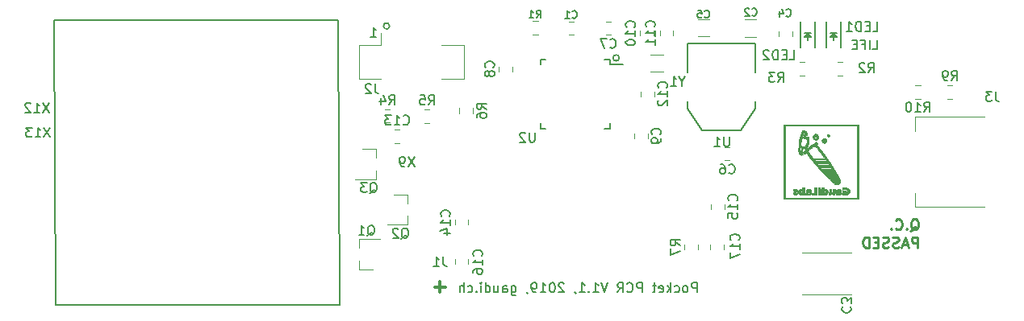
<source format=gbr>
G04 #@! TF.GenerationSoftware,KiCad,Pcbnew,5.0.2-bee76a0~70~ubuntu18.04.1*
G04 #@! TF.CreationDate,2019-11-12T09:59:33+01:00*
G04 #@! TF.ProjectId,RocketPCR,526f636b-6574-4504-9352-2e6b69636164,rev?*
G04 #@! TF.SameCoordinates,Original*
G04 #@! TF.FileFunction,Legend,Bot*
G04 #@! TF.FilePolarity,Positive*
%FSLAX46Y46*%
G04 Gerber Fmt 4.6, Leading zero omitted, Abs format (unit mm)*
G04 Created by KiCad (PCBNEW 5.0.2-bee76a0~70~ubuntu18.04.1) date Di 12 Nov 2019 09:59:33 CET*
%MOMM*%
%LPD*%
G01*
G04 APERTURE LIST*
%ADD10C,0.300000*%
%ADD11C,0.200000*%
%ADD12C,0.150000*%
%ADD13C,0.250000*%
%ADD14C,0.120000*%
%ADD15C,0.152400*%
%ADD16C,0.010000*%
G04 APERTURE END LIST*
D10*
X126071428Y-113107142D02*
X124928571Y-113107142D01*
X125500000Y-113678571D02*
X125500000Y-112535714D01*
D11*
X152452380Y-113677380D02*
X152452380Y-112677380D01*
X152071428Y-112677380D01*
X151976190Y-112725000D01*
X151928571Y-112772619D01*
X151880952Y-112867857D01*
X151880952Y-113010714D01*
X151928571Y-113105952D01*
X151976190Y-113153571D01*
X152071428Y-113201190D01*
X152452380Y-113201190D01*
X151309523Y-113677380D02*
X151404761Y-113629761D01*
X151452380Y-113582142D01*
X151500000Y-113486904D01*
X151500000Y-113201190D01*
X151452380Y-113105952D01*
X151404761Y-113058333D01*
X151309523Y-113010714D01*
X151166666Y-113010714D01*
X151071428Y-113058333D01*
X151023809Y-113105952D01*
X150976190Y-113201190D01*
X150976190Y-113486904D01*
X151023809Y-113582142D01*
X151071428Y-113629761D01*
X151166666Y-113677380D01*
X151309523Y-113677380D01*
X150119047Y-113629761D02*
X150214285Y-113677380D01*
X150404761Y-113677380D01*
X150500000Y-113629761D01*
X150547619Y-113582142D01*
X150595238Y-113486904D01*
X150595238Y-113201190D01*
X150547619Y-113105952D01*
X150500000Y-113058333D01*
X150404761Y-113010714D01*
X150214285Y-113010714D01*
X150119047Y-113058333D01*
X149690476Y-113677380D02*
X149690476Y-112677380D01*
X149595238Y-113296428D02*
X149309523Y-113677380D01*
X149309523Y-113010714D02*
X149690476Y-113391666D01*
X148500000Y-113629761D02*
X148595238Y-113677380D01*
X148785714Y-113677380D01*
X148880952Y-113629761D01*
X148928571Y-113534523D01*
X148928571Y-113153571D01*
X148880952Y-113058333D01*
X148785714Y-113010714D01*
X148595238Y-113010714D01*
X148500000Y-113058333D01*
X148452380Y-113153571D01*
X148452380Y-113248809D01*
X148928571Y-113344047D01*
X148166666Y-113010714D02*
X147785714Y-113010714D01*
X148023809Y-112677380D02*
X148023809Y-113534523D01*
X147976190Y-113629761D01*
X147880952Y-113677380D01*
X147785714Y-113677380D01*
X146690476Y-113677380D02*
X146690476Y-112677380D01*
X146309523Y-112677380D01*
X146214285Y-112725000D01*
X146166666Y-112772619D01*
X146119047Y-112867857D01*
X146119047Y-113010714D01*
X146166666Y-113105952D01*
X146214285Y-113153571D01*
X146309523Y-113201190D01*
X146690476Y-113201190D01*
X145119047Y-113582142D02*
X145166666Y-113629761D01*
X145309523Y-113677380D01*
X145404761Y-113677380D01*
X145547619Y-113629761D01*
X145642857Y-113534523D01*
X145690476Y-113439285D01*
X145738095Y-113248809D01*
X145738095Y-113105952D01*
X145690476Y-112915476D01*
X145642857Y-112820238D01*
X145547619Y-112725000D01*
X145404761Y-112677380D01*
X145309523Y-112677380D01*
X145166666Y-112725000D01*
X145119047Y-112772619D01*
X144119047Y-113677380D02*
X144452380Y-113201190D01*
X144690476Y-113677380D02*
X144690476Y-112677380D01*
X144309523Y-112677380D01*
X144214285Y-112725000D01*
X144166666Y-112772619D01*
X144119047Y-112867857D01*
X144119047Y-113010714D01*
X144166666Y-113105952D01*
X144214285Y-113153571D01*
X144309523Y-113201190D01*
X144690476Y-113201190D01*
X143071428Y-112677380D02*
X142738095Y-113677380D01*
X142404761Y-112677380D01*
X141547619Y-113677380D02*
X142119047Y-113677380D01*
X141833333Y-113677380D02*
X141833333Y-112677380D01*
X141928571Y-112820238D01*
X142023809Y-112915476D01*
X142119047Y-112963095D01*
X141119047Y-113582142D02*
X141071428Y-113629761D01*
X141119047Y-113677380D01*
X141166666Y-113629761D01*
X141119047Y-113582142D01*
X141119047Y-113677380D01*
X140119047Y-113677380D02*
X140690476Y-113677380D01*
X140404761Y-113677380D02*
X140404761Y-112677380D01*
X140500000Y-112820238D01*
X140595238Y-112915476D01*
X140690476Y-112963095D01*
X139642857Y-113629761D02*
X139642857Y-113677380D01*
X139690476Y-113772619D01*
X139738095Y-113820238D01*
X138500000Y-112772619D02*
X138452380Y-112725000D01*
X138357142Y-112677380D01*
X138119047Y-112677380D01*
X138023809Y-112725000D01*
X137976190Y-112772619D01*
X137928571Y-112867857D01*
X137928571Y-112963095D01*
X137976190Y-113105952D01*
X138547619Y-113677380D01*
X137928571Y-113677380D01*
X137309523Y-112677380D02*
X137214285Y-112677380D01*
X137119047Y-112725000D01*
X137071428Y-112772619D01*
X137023809Y-112867857D01*
X136976190Y-113058333D01*
X136976190Y-113296428D01*
X137023809Y-113486904D01*
X137071428Y-113582142D01*
X137119047Y-113629761D01*
X137214285Y-113677380D01*
X137309523Y-113677380D01*
X137404761Y-113629761D01*
X137452380Y-113582142D01*
X137500000Y-113486904D01*
X137547619Y-113296428D01*
X137547619Y-113058333D01*
X137500000Y-112867857D01*
X137452380Y-112772619D01*
X137404761Y-112725000D01*
X137309523Y-112677380D01*
X136023809Y-113677380D02*
X136595238Y-113677380D01*
X136309523Y-113677380D02*
X136309523Y-112677380D01*
X136404761Y-112820238D01*
X136500000Y-112915476D01*
X136595238Y-112963095D01*
X135547619Y-113677380D02*
X135357142Y-113677380D01*
X135261904Y-113629761D01*
X135214285Y-113582142D01*
X135119047Y-113439285D01*
X135071428Y-113248809D01*
X135071428Y-112867857D01*
X135119047Y-112772619D01*
X135166666Y-112725000D01*
X135261904Y-112677380D01*
X135452380Y-112677380D01*
X135547619Y-112725000D01*
X135595238Y-112772619D01*
X135642857Y-112867857D01*
X135642857Y-113105952D01*
X135595238Y-113201190D01*
X135547619Y-113248809D01*
X135452380Y-113296428D01*
X135261904Y-113296428D01*
X135166666Y-113248809D01*
X135119047Y-113201190D01*
X135071428Y-113105952D01*
X134595238Y-113629761D02*
X134595238Y-113677380D01*
X134642857Y-113772619D01*
X134690476Y-113820238D01*
X132976190Y-113010714D02*
X132976190Y-113820238D01*
X133023809Y-113915476D01*
X133071428Y-113963095D01*
X133166666Y-114010714D01*
X133309523Y-114010714D01*
X133404761Y-113963095D01*
X132976190Y-113629761D02*
X133071428Y-113677380D01*
X133261904Y-113677380D01*
X133357142Y-113629761D01*
X133404761Y-113582142D01*
X133452380Y-113486904D01*
X133452380Y-113201190D01*
X133404761Y-113105952D01*
X133357142Y-113058333D01*
X133261904Y-113010714D01*
X133071428Y-113010714D01*
X132976190Y-113058333D01*
X132071428Y-113677380D02*
X132071428Y-113153571D01*
X132119047Y-113058333D01*
X132214285Y-113010714D01*
X132404761Y-113010714D01*
X132500000Y-113058333D01*
X132071428Y-113629761D02*
X132166666Y-113677380D01*
X132404761Y-113677380D01*
X132500000Y-113629761D01*
X132547619Y-113534523D01*
X132547619Y-113439285D01*
X132500000Y-113344047D01*
X132404761Y-113296428D01*
X132166666Y-113296428D01*
X132071428Y-113248809D01*
X131166666Y-113010714D02*
X131166666Y-113677380D01*
X131595238Y-113010714D02*
X131595238Y-113534523D01*
X131547619Y-113629761D01*
X131452380Y-113677380D01*
X131309523Y-113677380D01*
X131214285Y-113629761D01*
X131166666Y-113582142D01*
X130261904Y-113677380D02*
X130261904Y-112677380D01*
X130261904Y-113629761D02*
X130357142Y-113677380D01*
X130547619Y-113677380D01*
X130642857Y-113629761D01*
X130690476Y-113582142D01*
X130738095Y-113486904D01*
X130738095Y-113201190D01*
X130690476Y-113105952D01*
X130642857Y-113058333D01*
X130547619Y-113010714D01*
X130357142Y-113010714D01*
X130261904Y-113058333D01*
X129785714Y-113677380D02*
X129785714Y-113010714D01*
X129785714Y-112677380D02*
X129833333Y-112725000D01*
X129785714Y-112772619D01*
X129738095Y-112725000D01*
X129785714Y-112677380D01*
X129785714Y-112772619D01*
X129309523Y-113582142D02*
X129261904Y-113629761D01*
X129309523Y-113677380D01*
X129357142Y-113629761D01*
X129309523Y-113582142D01*
X129309523Y-113677380D01*
X128404761Y-113629761D02*
X128500000Y-113677380D01*
X128690476Y-113677380D01*
X128785714Y-113629761D01*
X128833333Y-113582142D01*
X128880952Y-113486904D01*
X128880952Y-113201190D01*
X128833333Y-113105952D01*
X128785714Y-113058333D01*
X128690476Y-113010714D01*
X128500000Y-113010714D01*
X128404761Y-113058333D01*
X127976190Y-113677380D02*
X127976190Y-112677380D01*
X127547619Y-113677380D02*
X127547619Y-113153571D01*
X127595238Y-113058333D01*
X127690476Y-113010714D01*
X127833333Y-113010714D01*
X127928571Y-113058333D01*
X127976190Y-113105952D01*
D12*
X114973909Y-114991678D02*
X85157499Y-114991678D01*
X114842891Y-85044027D02*
X114973909Y-114991678D01*
X85026481Y-85044027D02*
X114842891Y-85044027D01*
X85157499Y-114991678D02*
X85026481Y-85044027D01*
D13*
X174871261Y-107185380D02*
X174976023Y-107133000D01*
X175080785Y-107028238D01*
X175237928Y-106871095D01*
X175342690Y-106818714D01*
X175447452Y-106818714D01*
X175395071Y-107080619D02*
X175499833Y-107028238D01*
X175604595Y-106923476D01*
X175656976Y-106713952D01*
X175656976Y-106347285D01*
X175604595Y-106137761D01*
X175499833Y-106033000D01*
X175395071Y-105980619D01*
X175185547Y-105980619D01*
X175080785Y-106033000D01*
X174976023Y-106137761D01*
X174923642Y-106347285D01*
X174923642Y-106713952D01*
X174976023Y-106923476D01*
X175080785Y-107028238D01*
X175185547Y-107080619D01*
X175395071Y-107080619D01*
X174452214Y-106975857D02*
X174399833Y-107028238D01*
X174452214Y-107080619D01*
X174504595Y-107028238D01*
X174452214Y-106975857D01*
X174452214Y-107080619D01*
X173299833Y-106975857D02*
X173352214Y-107028238D01*
X173509357Y-107080619D01*
X173614119Y-107080619D01*
X173771261Y-107028238D01*
X173876023Y-106923476D01*
X173928404Y-106818714D01*
X173980785Y-106609190D01*
X173980785Y-106452047D01*
X173928404Y-106242523D01*
X173876023Y-106137761D01*
X173771261Y-106033000D01*
X173614119Y-105980619D01*
X173509357Y-105980619D01*
X173352214Y-106033000D01*
X173299833Y-106085380D01*
X172828404Y-106975857D02*
X172776023Y-107028238D01*
X172828404Y-107080619D01*
X172880785Y-107028238D01*
X172828404Y-106975857D01*
X172828404Y-107080619D01*
X175604595Y-108980619D02*
X175604595Y-107880619D01*
X175185547Y-107880619D01*
X175080785Y-107933000D01*
X175028404Y-107985380D01*
X174976023Y-108090142D01*
X174976023Y-108247285D01*
X175028404Y-108352047D01*
X175080785Y-108404428D01*
X175185547Y-108456809D01*
X175604595Y-108456809D01*
X174556976Y-108666333D02*
X174033166Y-108666333D01*
X174661738Y-108980619D02*
X174295071Y-107880619D01*
X173928404Y-108980619D01*
X173614119Y-108928238D02*
X173456976Y-108980619D01*
X173195071Y-108980619D01*
X173090309Y-108928238D01*
X173037928Y-108875857D01*
X172985547Y-108771095D01*
X172985547Y-108666333D01*
X173037928Y-108561571D01*
X173090309Y-108509190D01*
X173195071Y-108456809D01*
X173404595Y-108404428D01*
X173509357Y-108352047D01*
X173561738Y-108299666D01*
X173614119Y-108194904D01*
X173614119Y-108090142D01*
X173561738Y-107985380D01*
X173509357Y-107933000D01*
X173404595Y-107880619D01*
X173142690Y-107880619D01*
X172985547Y-107933000D01*
X172566500Y-108928238D02*
X172409357Y-108980619D01*
X172147452Y-108980619D01*
X172042690Y-108928238D01*
X171990309Y-108875857D01*
X171937928Y-108771095D01*
X171937928Y-108666333D01*
X171990309Y-108561571D01*
X172042690Y-108509190D01*
X172147452Y-108456809D01*
X172356976Y-108404428D01*
X172461738Y-108352047D01*
X172514119Y-108299666D01*
X172566500Y-108194904D01*
X172566500Y-108090142D01*
X172514119Y-107985380D01*
X172461738Y-107933000D01*
X172356976Y-107880619D01*
X172095071Y-107880619D01*
X171937928Y-107933000D01*
X171466500Y-108404428D02*
X171099833Y-108404428D01*
X170942690Y-108980619D02*
X171466500Y-108980619D01*
X171466500Y-107880619D01*
X170942690Y-107880619D01*
X170471261Y-108980619D02*
X170471261Y-107880619D01*
X170209357Y-107880619D01*
X170052214Y-107933000D01*
X169947452Y-108037761D01*
X169895071Y-108142523D01*
X169842690Y-108352047D01*
X169842690Y-108509190D01*
X169895071Y-108718714D01*
X169947452Y-108823476D01*
X170052214Y-108928238D01*
X170209357Y-108980619D01*
X170471261Y-108980619D01*
D11*
X170892523Y-88124380D02*
X171368714Y-88124380D01*
X171368714Y-87124380D01*
X170559190Y-88124380D02*
X170559190Y-87124380D01*
X169749666Y-87600571D02*
X170083000Y-87600571D01*
X170083000Y-88124380D02*
X170083000Y-87124380D01*
X169606809Y-87124380D01*
X169225857Y-87600571D02*
X168892523Y-87600571D01*
X168749666Y-88124380D02*
X169225857Y-88124380D01*
X169225857Y-87124380D01*
X168749666Y-87124380D01*
D14*
G04 #@! TO.C,J3*
X175327000Y-95215000D02*
X175327000Y-96715000D01*
X175327000Y-95215000D02*
X182587000Y-95215000D01*
X175327000Y-104715000D02*
X182587000Y-104715000D01*
X175327000Y-103215000D02*
X175327000Y-104715000D01*
D15*
G04 #@! TO.C,U2*
X144293228Y-89011000D02*
G75*
G03X144293228Y-89011000I-316228J0D01*
G01*
D12*
X143302000Y-89186000D02*
X143302000Y-89711000D01*
X136052000Y-89186000D02*
X136052000Y-89711000D01*
X136052000Y-96436000D02*
X136052000Y-95911000D01*
X143302000Y-96436000D02*
X143302000Y-95911000D01*
X143302000Y-89186000D02*
X142777000Y-89186000D01*
X143302000Y-96436000D02*
X142777000Y-96436000D01*
X136052000Y-96436000D02*
X136577000Y-96436000D01*
X136052000Y-89186000D02*
X136577000Y-89186000D01*
X143302000Y-89711000D02*
X144677000Y-89711000D01*
D14*
G04 #@! TO.C,Y1*
X148919000Y-88691400D02*
X147569000Y-88691400D01*
X148919000Y-90441400D02*
X147569000Y-90441400D01*
D12*
G04 #@! TO.C,LED2*
X164827000Y-85180020D02*
X164827000Y-87880020D01*
X163327000Y-85180020D02*
X163327000Y-87880020D01*
X164227000Y-86680020D02*
X163977000Y-86680020D01*
X163977000Y-86680020D02*
X164127000Y-86530020D01*
X163727000Y-86430020D02*
X164427000Y-86430020D01*
X164077000Y-86780020D02*
X164077000Y-87130020D01*
X164077000Y-86430020D02*
X163727000Y-86780020D01*
X163727000Y-86780020D02*
X164427000Y-86780020D01*
X164427000Y-86780020D02*
X164077000Y-86430020D01*
G04 #@! TO.C,LED1*
X167557000Y-85180020D02*
X167557000Y-87880020D01*
X166057000Y-85180020D02*
X166057000Y-87880020D01*
X166957000Y-86680020D02*
X166707000Y-86680020D01*
X166707000Y-86680020D02*
X166857000Y-86530020D01*
X166457000Y-86430020D02*
X167157000Y-86430020D01*
X166807000Y-86780020D02*
X166807000Y-87130020D01*
X166807000Y-86430020D02*
X166457000Y-86780020D01*
X166457000Y-86780020D02*
X167157000Y-86780020D01*
X167157000Y-86780020D02*
X166807000Y-86430020D01*
G04 #@! TO.C,U1*
X151501000Y-90503000D02*
X151501000Y-87455000D01*
X151501000Y-87455000D02*
X158613000Y-87455000D01*
X158613000Y-87455000D02*
X158613000Y-90503000D01*
X151501000Y-93551000D02*
X151501000Y-94313000D01*
X151501000Y-94313000D02*
X153025000Y-96599000D01*
X153025000Y-96599000D02*
X157089000Y-96599000D01*
X157089000Y-96599000D02*
X158613000Y-94313000D01*
X158613000Y-94313000D02*
X158613000Y-93551000D01*
D15*
G04 #@! TO.C,J2*
X120202228Y-85659000D02*
G75*
G03X120202228Y-85659000I-316228J0D01*
G01*
D14*
X125656000Y-91224000D02*
X127986000Y-91224000D01*
X125656000Y-87694000D02*
X127986000Y-87694000D01*
X116986000Y-91224000D02*
X119316000Y-91224000D01*
X116986000Y-87694000D02*
X119316000Y-87694000D01*
X119316000Y-86369000D02*
X119316000Y-87694000D01*
X127986000Y-87694000D02*
X127986000Y-91224000D01*
X116986000Y-87694000D02*
X116986000Y-91224000D01*
G04 #@! TO.C,Q2*
X122103000Y-103420000D02*
X122103000Y-104350000D01*
X122103000Y-106580000D02*
X122103000Y-105650000D01*
X122103000Y-106580000D02*
X119943000Y-106580000D01*
X122103000Y-103420000D02*
X120643000Y-103420000D01*
G04 #@! TO.C,Q1*
X117017600Y-111253000D02*
X117017600Y-110323000D01*
X117017600Y-108093000D02*
X117017600Y-109023000D01*
X117017600Y-108093000D02*
X119177600Y-108093000D01*
X117017600Y-111253000D02*
X118477600Y-111253000D01*
G04 #@! TO.C,Q3*
X118775600Y-98621000D02*
X118775600Y-99551000D01*
X118775600Y-101781000D02*
X118775600Y-100851000D01*
X118775600Y-101781000D02*
X116615600Y-101781000D01*
X118775600Y-98621000D02*
X117315600Y-98621000D01*
G04 #@! TO.C,C2*
X158677064Y-84965000D02*
X157472936Y-84965000D01*
X158677064Y-86785000D02*
X157472936Y-86785000D01*
G04 #@! TO.C,C4*
X162460000Y-86733578D02*
X162460000Y-86216422D01*
X161040000Y-86733578D02*
X161040000Y-86216422D01*
G04 #@! TO.C,C6*
X155384422Y-98388000D02*
X155901578Y-98388000D01*
X155384422Y-99808000D02*
X155901578Y-99808000D01*
G04 #@! TO.C,R4*
X120251578Y-94414000D02*
X119734422Y-94414000D01*
X120251578Y-95834000D02*
X119734422Y-95834000D01*
G04 #@! TO.C,C1*
X139508578Y-86593400D02*
X138991422Y-86593400D01*
X139508578Y-85173400D02*
X138991422Y-85173400D01*
G04 #@! TO.C,C5*
X153739064Y-84940000D02*
X152534936Y-84940000D01*
X153739064Y-86760000D02*
X152534936Y-86760000D01*
G04 #@! TO.C,C7*
X142912422Y-86593400D02*
X143429578Y-86593400D01*
X142912422Y-85173400D02*
X143429578Y-85173400D01*
G04 #@! TO.C,C8*
X131682000Y-89917422D02*
X131682000Y-90434578D01*
X133102000Y-89917422D02*
X133102000Y-90434578D01*
G04 #@! TO.C,C9*
X145867000Y-97473578D02*
X145867000Y-96956422D01*
X147287000Y-97473578D02*
X147287000Y-96956422D01*
G04 #@! TO.C,C10*
X147884800Y-86158222D02*
X147884800Y-86675378D01*
X146464800Y-86158222D02*
X146464800Y-86675378D01*
G04 #@! TO.C,C11*
X148547600Y-86132822D02*
X148547600Y-86649978D01*
X149967600Y-86132822D02*
X149967600Y-86649978D01*
G04 #@! TO.C,C12*
X147961000Y-93050778D02*
X147961000Y-92533622D01*
X146541000Y-93050778D02*
X146541000Y-92533622D01*
G04 #@! TO.C,C14*
X127040000Y-106053922D02*
X127040000Y-106571078D01*
X128460000Y-106053922D02*
X128460000Y-106571078D01*
G04 #@! TO.C,C15*
X153907000Y-104912578D02*
X153907000Y-104395422D01*
X155327000Y-104912578D02*
X155327000Y-104395422D01*
G04 #@! TO.C,C16*
X128460000Y-110178922D02*
X128460000Y-110696078D01*
X127040000Y-110178922D02*
X127040000Y-110696078D01*
G04 #@! TO.C,C17*
X153856200Y-108646622D02*
X153856200Y-109163778D01*
X155276200Y-108646622D02*
X155276200Y-109163778D01*
G04 #@! TO.C,R1*
X135764578Y-85148000D02*
X135247422Y-85148000D01*
X135764578Y-86568000D02*
X135247422Y-86568000D01*
G04 #@! TO.C,R2*
X167185422Y-90886000D02*
X167702578Y-90886000D01*
X167185422Y-89466000D02*
X167702578Y-89466000D01*
G04 #@! TO.C,R3*
X163248422Y-89455000D02*
X163765578Y-89455000D01*
X163248422Y-90875000D02*
X163765578Y-90875000D01*
G04 #@! TO.C,R7*
X152583800Y-108672022D02*
X152583800Y-109189178D01*
X151163800Y-108672022D02*
X151163800Y-109189178D01*
G04 #@! TO.C,R9*
X179259578Y-91879000D02*
X178742422Y-91879000D01*
X179259578Y-93299000D02*
X178742422Y-93299000D01*
G04 #@! TO.C,R10*
X175379422Y-91879000D02*
X175896578Y-91879000D01*
X175379422Y-93299000D02*
X175896578Y-93299000D01*
D16*
G04 #@! TO.C,G\002A\002A\002A*
G36*
X166142250Y-97064728D02*
X166104278Y-97100171D01*
X166090162Y-97126226D01*
X166078832Y-97182620D01*
X166090012Y-97232297D01*
X166118609Y-97271874D01*
X166159529Y-97297970D01*
X166207678Y-97307202D01*
X166257962Y-97296187D01*
X166300867Y-97266133D01*
X166327882Y-97235087D01*
X166337833Y-97206791D01*
X166335626Y-97166952D01*
X166335430Y-97165481D01*
X166332494Y-97156903D01*
X166279204Y-97156903D01*
X166278903Y-97191260D01*
X166270533Y-97210668D01*
X166245538Y-97233030D01*
X166209673Y-97240831D01*
X166173915Y-97234288D01*
X166149239Y-97213617D01*
X166146756Y-97208236D01*
X166138180Y-97165967D01*
X166151252Y-97140101D01*
X166187449Y-97128712D01*
X166208375Y-97127778D01*
X166255353Y-97135287D01*
X166279204Y-97156903D01*
X166332494Y-97156903D01*
X166316976Y-97111569D01*
X166282243Y-97073547D01*
X166237420Y-97052406D01*
X166188693Y-97049136D01*
X166142250Y-97064728D01*
X166142250Y-97064728D01*
G37*
X166142250Y-97064728D02*
X166104278Y-97100171D01*
X166090162Y-97126226D01*
X166078832Y-97182620D01*
X166090012Y-97232297D01*
X166118609Y-97271874D01*
X166159529Y-97297970D01*
X166207678Y-97307202D01*
X166257962Y-97296187D01*
X166300867Y-97266133D01*
X166327882Y-97235087D01*
X166337833Y-97206791D01*
X166335626Y-97166952D01*
X166335430Y-97165481D01*
X166332494Y-97156903D01*
X166279204Y-97156903D01*
X166278903Y-97191260D01*
X166270533Y-97210668D01*
X166245538Y-97233030D01*
X166209673Y-97240831D01*
X166173915Y-97234288D01*
X166149239Y-97213617D01*
X166146756Y-97208236D01*
X166138180Y-97165967D01*
X166151252Y-97140101D01*
X166187449Y-97128712D01*
X166208375Y-97127778D01*
X166255353Y-97135287D01*
X166279204Y-97156903D01*
X166332494Y-97156903D01*
X166316976Y-97111569D01*
X166282243Y-97073547D01*
X166237420Y-97052406D01*
X166188693Y-97049136D01*
X166142250Y-97064728D01*
G36*
X164874022Y-97019374D02*
X164787064Y-97038469D01*
X164714863Y-97077397D01*
X164658246Y-97132024D01*
X164618038Y-97198218D01*
X164595067Y-97271845D01*
X164590158Y-97348771D01*
X164604138Y-97424862D01*
X164637833Y-97495987D01*
X164692070Y-97558010D01*
X164757571Y-97601843D01*
X164816331Y-97623483D01*
X164882808Y-97635453D01*
X164944973Y-97636214D01*
X164977403Y-97629958D01*
X165067684Y-97588074D01*
X165136601Y-97528472D01*
X165183902Y-97451444D01*
X165208095Y-97365513D01*
X165207891Y-97336317D01*
X165100495Y-97336317D01*
X165088663Y-97377572D01*
X165079338Y-97406888D01*
X165067860Y-97426603D01*
X165049073Y-97438621D01*
X165017824Y-97444846D01*
X164968958Y-97447183D01*
X164899319Y-97447537D01*
X164739550Y-97447537D01*
X164719406Y-97399325D01*
X164706303Y-97366174D01*
X164699521Y-97345519D01*
X164699261Y-97343714D01*
X164712347Y-97341093D01*
X164748337Y-97338880D01*
X164802332Y-97337256D01*
X164869433Y-97336402D01*
X164899878Y-97336317D01*
X165100495Y-97336317D01*
X165207891Y-97336317D01*
X165207524Y-97284178D01*
X165193221Y-97238999D01*
X165078022Y-97238999D01*
X164902544Y-97238999D01*
X164836369Y-97238146D01*
X164781609Y-97235818D01*
X164743505Y-97232356D01*
X164727293Y-97228104D01*
X164727067Y-97227519D01*
X164738008Y-97207344D01*
X164765206Y-97181433D01*
X164800227Y-97156829D01*
X164828765Y-97142607D01*
X164894652Y-97130503D01*
X164961066Y-97140202D01*
X165019655Y-97169289D01*
X165058017Y-97208868D01*
X165078022Y-97238999D01*
X165193221Y-97238999D01*
X165181729Y-97202700D01*
X165132636Y-97126945D01*
X165128140Y-97121739D01*
X165059254Y-97061444D01*
X164980965Y-97027183D01*
X164891652Y-97018306D01*
X164874022Y-97019374D01*
X164874022Y-97019374D01*
G37*
X164874022Y-97019374D02*
X164787064Y-97038469D01*
X164714863Y-97077397D01*
X164658246Y-97132024D01*
X164618038Y-97198218D01*
X164595067Y-97271845D01*
X164590158Y-97348771D01*
X164604138Y-97424862D01*
X164637833Y-97495987D01*
X164692070Y-97558010D01*
X164757571Y-97601843D01*
X164816331Y-97623483D01*
X164882808Y-97635453D01*
X164944973Y-97636214D01*
X164977403Y-97629958D01*
X165067684Y-97588074D01*
X165136601Y-97528472D01*
X165183902Y-97451444D01*
X165208095Y-97365513D01*
X165207891Y-97336317D01*
X165100495Y-97336317D01*
X165088663Y-97377572D01*
X165079338Y-97406888D01*
X165067860Y-97426603D01*
X165049073Y-97438621D01*
X165017824Y-97444846D01*
X164968958Y-97447183D01*
X164899319Y-97447537D01*
X164739550Y-97447537D01*
X164719406Y-97399325D01*
X164706303Y-97366174D01*
X164699521Y-97345519D01*
X164699261Y-97343714D01*
X164712347Y-97341093D01*
X164748337Y-97338880D01*
X164802332Y-97337256D01*
X164869433Y-97336402D01*
X164899878Y-97336317D01*
X165100495Y-97336317D01*
X165207891Y-97336317D01*
X165207524Y-97284178D01*
X165193221Y-97238999D01*
X165078022Y-97238999D01*
X164902544Y-97238999D01*
X164836369Y-97238146D01*
X164781609Y-97235818D01*
X164743505Y-97232356D01*
X164727293Y-97228104D01*
X164727067Y-97227519D01*
X164738008Y-97207344D01*
X164765206Y-97181433D01*
X164800227Y-97156829D01*
X164828765Y-97142607D01*
X164894652Y-97130503D01*
X164961066Y-97140202D01*
X165019655Y-97169289D01*
X165058017Y-97208868D01*
X165078022Y-97238999D01*
X165193221Y-97238999D01*
X165181729Y-97202700D01*
X165132636Y-97126945D01*
X165128140Y-97121739D01*
X165059254Y-97061444D01*
X164980965Y-97027183D01*
X164891652Y-97018306D01*
X164874022Y-97019374D01*
G36*
X165716521Y-97473656D02*
X165648424Y-97507511D01*
X165595919Y-97558816D01*
X165561656Y-97623383D01*
X165548282Y-97697024D01*
X165558445Y-97775548D01*
X165573465Y-97815955D01*
X165607133Y-97873450D01*
X165650815Y-97913330D01*
X165703785Y-97940548D01*
X165783307Y-97959869D01*
X165862321Y-97951446D01*
X165894469Y-97939918D01*
X165954235Y-97906307D01*
X165997215Y-97861089D01*
X166021485Y-97819985D01*
X166034564Y-97778776D01*
X165936590Y-97778776D01*
X165926479Y-97796583D01*
X165902350Y-97821042D01*
X165873513Y-97843667D01*
X165853175Y-97854796D01*
X165793022Y-97862583D01*
X165732126Y-97844303D01*
X165713801Y-97833334D01*
X165678276Y-97807128D01*
X165663021Y-97788768D01*
X165669683Y-97776938D01*
X165699906Y-97770322D01*
X165755336Y-97767605D01*
X165796406Y-97767296D01*
X165855028Y-97768355D01*
X165901611Y-97771210D01*
X165930297Y-97775381D01*
X165936590Y-97778776D01*
X166034564Y-97778776D01*
X166045673Y-97743775D01*
X166044337Y-97669978D01*
X165949897Y-97669978D01*
X165796777Y-97669978D01*
X165730136Y-97669729D01*
X165686955Y-97668425D01*
X165662889Y-97665228D01*
X165653595Y-97659303D01*
X165654727Y-97649813D01*
X165657962Y-97643251D01*
X165694991Y-97598509D01*
X165744628Y-97570835D01*
X165800113Y-97560452D01*
X165854689Y-97567582D01*
X165901596Y-97592448D01*
X165933586Y-97634179D01*
X165949897Y-97669978D01*
X166044337Y-97669978D01*
X166044255Y-97665473D01*
X166018139Y-97591353D01*
X165980889Y-97540138D01*
X165923727Y-97492147D01*
X165861206Y-97467353D01*
X165797565Y-97461440D01*
X165716521Y-97473656D01*
X165716521Y-97473656D01*
G37*
X165716521Y-97473656D02*
X165648424Y-97507511D01*
X165595919Y-97558816D01*
X165561656Y-97623383D01*
X165548282Y-97697024D01*
X165558445Y-97775548D01*
X165573465Y-97815955D01*
X165607133Y-97873450D01*
X165650815Y-97913330D01*
X165703785Y-97940548D01*
X165783307Y-97959869D01*
X165862321Y-97951446D01*
X165894469Y-97939918D01*
X165954235Y-97906307D01*
X165997215Y-97861089D01*
X166021485Y-97819985D01*
X166034564Y-97778776D01*
X165936590Y-97778776D01*
X165926479Y-97796583D01*
X165902350Y-97821042D01*
X165873513Y-97843667D01*
X165853175Y-97854796D01*
X165793022Y-97862583D01*
X165732126Y-97844303D01*
X165713801Y-97833334D01*
X165678276Y-97807128D01*
X165663021Y-97788768D01*
X165669683Y-97776938D01*
X165699906Y-97770322D01*
X165755336Y-97767605D01*
X165796406Y-97767296D01*
X165855028Y-97768355D01*
X165901611Y-97771210D01*
X165930297Y-97775381D01*
X165936590Y-97778776D01*
X166034564Y-97778776D01*
X166045673Y-97743775D01*
X166044337Y-97669978D01*
X165949897Y-97669978D01*
X165796777Y-97669978D01*
X165730136Y-97669729D01*
X165686955Y-97668425D01*
X165662889Y-97665228D01*
X165653595Y-97659303D01*
X165654727Y-97649813D01*
X165657962Y-97643251D01*
X165694991Y-97598509D01*
X165744628Y-97570835D01*
X165800113Y-97560452D01*
X165854689Y-97567582D01*
X165901596Y-97592448D01*
X165933586Y-97634179D01*
X165949897Y-97669978D01*
X166044337Y-97669978D01*
X166044255Y-97665473D01*
X166018139Y-97591353D01*
X165980889Y-97540138D01*
X165923727Y-97492147D01*
X165861206Y-97467353D01*
X165797565Y-97461440D01*
X165716521Y-97473656D01*
G36*
X163612809Y-96655952D02*
X163592224Y-96658737D01*
X163493123Y-96672448D01*
X163338091Y-97206006D01*
X163183060Y-97739563D01*
X163127863Y-98269970D01*
X163072667Y-98800377D01*
X163119753Y-98885123D01*
X163145792Y-98937961D01*
X163166477Y-98990736D01*
X163176236Y-99026902D01*
X163183774Y-99057393D01*
X163198220Y-99084106D01*
X163224327Y-99113153D01*
X163266847Y-99150650D01*
X163282632Y-99163735D01*
X163379633Y-99243534D01*
X163645822Y-99123898D01*
X163725406Y-99088794D01*
X163796347Y-99058769D01*
X163854798Y-99035346D01*
X163896913Y-99020049D01*
X163918845Y-99014403D01*
X163920961Y-99014870D01*
X163930842Y-99027215D01*
X163956649Y-99059632D01*
X163997022Y-99110412D01*
X164050606Y-99177847D01*
X164116042Y-99260227D01*
X164191972Y-99355842D01*
X164277041Y-99462984D01*
X164369889Y-99579943D01*
X164469159Y-99705011D01*
X164573495Y-99836477D01*
X164580839Y-99845731D01*
X164687676Y-99980110D01*
X164791314Y-100109988D01*
X164890185Y-100233430D01*
X164982724Y-100348501D01*
X165067362Y-100453266D01*
X165142533Y-100545791D01*
X165206670Y-100624139D01*
X165258204Y-100686376D01*
X165295570Y-100730568D01*
X165316554Y-100754113D01*
X165358610Y-100796984D01*
X165416653Y-100854894D01*
X165488675Y-100925919D01*
X165572666Y-101008132D01*
X165666618Y-101099608D01*
X165768523Y-101198421D01*
X165876371Y-101302646D01*
X165988154Y-101410357D01*
X166101863Y-101519628D01*
X166215489Y-101628535D01*
X166327025Y-101735151D01*
X166434460Y-101837550D01*
X166535786Y-101933808D01*
X166628995Y-102021998D01*
X166712077Y-102100195D01*
X166783025Y-102166474D01*
X166839829Y-102218909D01*
X166880480Y-102255573D01*
X166901298Y-102273265D01*
X166933128Y-102290089D01*
X166982581Y-102307941D01*
X167039733Y-102324044D01*
X167094665Y-102335619D01*
X167137453Y-102339890D01*
X167139163Y-102339860D01*
X167158111Y-102335123D01*
X167195590Y-102322918D01*
X167244155Y-102305696D01*
X167253807Y-102302139D01*
X167309165Y-102279808D01*
X167347421Y-102257953D01*
X167378258Y-102229586D01*
X167410211Y-102189279D01*
X167438694Y-102147653D01*
X167458921Y-102112394D01*
X167466328Y-102091961D01*
X167467885Y-102072383D01*
X167235400Y-102072383D01*
X167231732Y-102080452D01*
X167208102Y-102094954D01*
X167169500Y-102111219D01*
X167128037Y-102124706D01*
X167097455Y-102130784D01*
X167077621Y-102123358D01*
X167052272Y-102105684D01*
X167029842Y-102084474D01*
X167020991Y-102071390D01*
X167033809Y-102067624D01*
X167067929Y-102064770D01*
X167116854Y-102063296D01*
X167134992Y-102063191D01*
X167191229Y-102063989D01*
X167223448Y-102066830D01*
X167235400Y-102072383D01*
X167467885Y-102072383D01*
X167468269Y-102067570D01*
X167472902Y-102025047D01*
X167478896Y-101976198D01*
X167479779Y-101969349D01*
X167298991Y-101969349D01*
X167285945Y-101973099D01*
X167250115Y-101976190D01*
X167196516Y-101978357D01*
X167130166Y-101979338D01*
X167107882Y-101979361D01*
X166916722Y-101978946D01*
X166854160Y-101924166D01*
X166791599Y-101869385D01*
X167243841Y-101868555D01*
X167271390Y-101913739D01*
X167289292Y-101945593D01*
X167298614Y-101967046D01*
X167298991Y-101969349D01*
X167479779Y-101969349D01*
X167491008Y-101882253D01*
X167416251Y-101750855D01*
X167173919Y-101750855D01*
X167160742Y-101752909D01*
X167124112Y-101754695D01*
X167068379Y-101756102D01*
X166997895Y-101757018D01*
X166919543Y-101757335D01*
X166665167Y-101757335D01*
X166610865Y-101701724D01*
X166556563Y-101646114D01*
X167127062Y-101646114D01*
X167150491Y-101695245D01*
X167165447Y-101728111D01*
X167173482Y-101748691D01*
X167173919Y-101750855D01*
X167416251Y-101750855D01*
X167301292Y-101548796D01*
X167063264Y-101548796D01*
X166449909Y-101548796D01*
X166391361Y-101493533D01*
X166332814Y-101438271D01*
X166669669Y-101437923D01*
X167006523Y-101437576D01*
X167034894Y-101493186D01*
X167063264Y-101548796D01*
X167301292Y-101548796D01*
X167174736Y-101326355D01*
X166938141Y-101326355D01*
X166207691Y-101325215D01*
X166146817Y-101270174D01*
X166085943Y-101215134D01*
X166881400Y-101215134D01*
X166909770Y-101270745D01*
X166938141Y-101326355D01*
X167174736Y-101326355D01*
X167048821Y-101105040D01*
X166812452Y-101105040D01*
X166798998Y-101108538D01*
X166760426Y-101111596D01*
X166699420Y-101114131D01*
X166618664Y-101116062D01*
X166520843Y-101117304D01*
X166408641Y-101117777D01*
X166398851Y-101117779D01*
X165985249Y-101117741D01*
X165922688Y-101062761D01*
X165860126Y-101007781D01*
X166311960Y-101007276D01*
X166763793Y-101006772D01*
X166788123Y-101049518D01*
X166804477Y-101081590D01*
X166812331Y-101103553D01*
X166812452Y-101105040D01*
X167048821Y-101105040D01*
X166931452Y-100898749D01*
X166929533Y-100895375D01*
X166702062Y-100895375D01*
X165733695Y-100895375D01*
X165625091Y-100784155D01*
X166131881Y-100784262D01*
X166638670Y-100784369D01*
X166702062Y-100895375D01*
X166929533Y-100895375D01*
X166805889Y-100678051D01*
X166576109Y-100678051D01*
X166562707Y-100680008D01*
X166524509Y-100681813D01*
X166464521Y-100683417D01*
X166385751Y-100684770D01*
X166291206Y-100685823D01*
X166183895Y-100686525D01*
X166066824Y-100686828D01*
X166043681Y-100686837D01*
X165511254Y-100686837D01*
X165456952Y-100631226D01*
X165402650Y-100575616D01*
X166518231Y-100575616D01*
X166547170Y-100622440D01*
X166565607Y-100654300D01*
X166575549Y-100675425D01*
X166576109Y-100678051D01*
X166805889Y-100678051D01*
X166678400Y-100453969D01*
X166450934Y-100453969D01*
X166437529Y-100456222D01*
X166399234Y-100458309D01*
X166338965Y-100460174D01*
X166259638Y-100461764D01*
X166164167Y-100463027D01*
X166055467Y-100463907D01*
X165936455Y-100464351D01*
X165884456Y-100464395D01*
X165317926Y-100464395D01*
X165279694Y-100416479D01*
X165256475Y-100385787D01*
X165242908Y-100364774D01*
X165241462Y-100360869D01*
X165254883Y-100359221D01*
X165293220Y-100357693D01*
X165353585Y-100356326D01*
X165433089Y-100355156D01*
X165528842Y-100354222D01*
X165637957Y-100353563D01*
X165757545Y-100353218D01*
X165818623Y-100353175D01*
X166395784Y-100353175D01*
X166423333Y-100398358D01*
X166441235Y-100430213D01*
X166450557Y-100451665D01*
X166450934Y-100453969D01*
X166678400Y-100453969D01*
X166565686Y-100255857D01*
X166340330Y-100255857D01*
X165162893Y-100255857D01*
X165135480Y-100224576D01*
X165117895Y-100205314D01*
X165103451Y-100189400D01*
X165094299Y-100176517D01*
X165092589Y-100166347D01*
X165100472Y-100158573D01*
X165120097Y-100152879D01*
X165153616Y-100148946D01*
X165203178Y-100146458D01*
X165270933Y-100145098D01*
X165359033Y-100144548D01*
X165469627Y-100144491D01*
X165604866Y-100144610D01*
X165677408Y-100144636D01*
X166283590Y-100144636D01*
X166311960Y-100200247D01*
X166340330Y-100255857D01*
X166565686Y-100255857D01*
X166443085Y-100040367D01*
X166224729Y-100040367D01*
X165601583Y-100033416D01*
X164978438Y-100026464D01*
X164943119Y-99978580D01*
X164921484Y-99948351D01*
X164909008Y-99929183D01*
X164907800Y-99926445D01*
X164921234Y-99925559D01*
X164959664Y-99924735D01*
X165020279Y-99923994D01*
X165100269Y-99923354D01*
X165196826Y-99922835D01*
X165307138Y-99922458D01*
X165428396Y-99922241D01*
X165517838Y-99922195D01*
X166127877Y-99922195D01*
X166224729Y-100040367D01*
X166443085Y-100040367D01*
X166371896Y-99915244D01*
X166296762Y-99817183D01*
X166047811Y-99817183D01*
X166034377Y-99818787D01*
X165995946Y-99820278D01*
X165935327Y-99821620D01*
X165855330Y-99822778D01*
X165758762Y-99823716D01*
X165648432Y-99824400D01*
X165527150Y-99824793D01*
X165437266Y-99824877D01*
X164826721Y-99824877D01*
X164738633Y-99713657D01*
X165971347Y-99713657D01*
X166009579Y-99761573D01*
X166032798Y-99792265D01*
X166046365Y-99813278D01*
X166047811Y-99817183D01*
X166296762Y-99817183D01*
X166129559Y-99598960D01*
X165872401Y-99598960D01*
X165869744Y-99603271D01*
X165854918Y-99606851D01*
X165825921Y-99609758D01*
X165780753Y-99612051D01*
X165717412Y-99613788D01*
X165633899Y-99615027D01*
X165528212Y-99615825D01*
X165398351Y-99616242D01*
X165273432Y-99616339D01*
X165127321Y-99616297D01*
X165006526Y-99616100D01*
X164908555Y-99615641D01*
X164830917Y-99614814D01*
X164771124Y-99613511D01*
X164726683Y-99611625D01*
X164695106Y-99609050D01*
X164673901Y-99605678D01*
X164660578Y-99601403D01*
X164652646Y-99596118D01*
X164647617Y-99589716D01*
X164647461Y-99589468D01*
X164636140Y-99573773D01*
X164610266Y-99539176D01*
X164572234Y-99488814D01*
X164524439Y-99425828D01*
X164469279Y-99353355D01*
X164409148Y-99274535D01*
X164346443Y-99192506D01*
X164283560Y-99110408D01*
X164222893Y-99031380D01*
X164166840Y-98958560D01*
X164117795Y-98895087D01*
X164097326Y-98868706D01*
X164093858Y-98846846D01*
X164107262Y-98808923D01*
X164120450Y-98783126D01*
X164141820Y-98739522D01*
X164149226Y-98709086D01*
X164144749Y-98682274D01*
X164143313Y-98678321D01*
X164131574Y-98639019D01*
X164136011Y-98612375D01*
X164160128Y-98588050D01*
X164178291Y-98575137D01*
X164210350Y-98554861D01*
X164233314Y-98549306D01*
X164260845Y-98557283D01*
X164281088Y-98566200D01*
X164335040Y-98590529D01*
X164414386Y-98530622D01*
X164455403Y-98498967D01*
X164478509Y-98476772D01*
X164487996Y-98456757D01*
X164488156Y-98431645D01*
X164485433Y-98410158D01*
X164482290Y-98369557D01*
X164489770Y-98343384D01*
X164511853Y-98319068D01*
X164515208Y-98316086D01*
X164549786Y-98290977D01*
X164581281Y-98284747D01*
X164619799Y-98296765D01*
X164642470Y-98308147D01*
X164669280Y-98321311D01*
X164691064Y-98325906D01*
X164717104Y-98321399D01*
X164756685Y-98307254D01*
X164773808Y-98300573D01*
X164818061Y-98285219D01*
X164851637Y-98277257D01*
X164866629Y-98278175D01*
X164878483Y-98293214D01*
X164905142Y-98327755D01*
X164944798Y-98379425D01*
X164995643Y-98445848D01*
X165055867Y-98524648D01*
X165123663Y-98613452D01*
X165197222Y-98709884D01*
X165274735Y-98811568D01*
X165354393Y-98916130D01*
X165434389Y-99021195D01*
X165512913Y-99124388D01*
X165588156Y-99223333D01*
X165658311Y-99315656D01*
X165721568Y-99398981D01*
X165776119Y-99470933D01*
X165820155Y-99529138D01*
X165851868Y-99571220D01*
X165869450Y-99594804D01*
X165872401Y-99598960D01*
X166129559Y-99598960D01*
X165690155Y-99025479D01*
X165008413Y-98135715D01*
X165042222Y-98076434D01*
X165059786Y-98043637D01*
X165066362Y-98019019D01*
X165060243Y-97994932D01*
X165039725Y-97963730D01*
X165008258Y-97924134D01*
X164960772Y-97865483D01*
X164889103Y-97901570D01*
X164827096Y-97935786D01*
X164751663Y-97982301D01*
X164665277Y-98039198D01*
X164570415Y-98104556D01*
X164469551Y-98176458D01*
X164365160Y-98252984D01*
X164259718Y-98332215D01*
X164155699Y-98412234D01*
X164055579Y-98491120D01*
X163961832Y-98566955D01*
X163876935Y-98637820D01*
X163803361Y-98701796D01*
X163743586Y-98756965D01*
X163700085Y-98801407D01*
X163675334Y-98833204D01*
X163670471Y-98846334D01*
X163662931Y-98871111D01*
X163637607Y-98898288D01*
X163595320Y-98929116D01*
X163552447Y-98954441D01*
X163515444Y-98970826D01*
X163494526Y-98974679D01*
X163465008Y-98979135D01*
X163434510Y-98994436D01*
X163403886Y-99013694D01*
X163386093Y-99014151D01*
X163372024Y-98994091D01*
X163366135Y-98981556D01*
X163358576Y-98947628D01*
X163374279Y-98927968D01*
X163414092Y-98921423D01*
X163440704Y-98917906D01*
X163461243Y-98905207D01*
X163477599Y-98879424D01*
X163491662Y-98836656D01*
X163505321Y-98773001D01*
X163516206Y-98710593D01*
X163527177Y-98643685D01*
X163536260Y-98586943D01*
X163542591Y-98545869D01*
X163545306Y-98525966D01*
X163545348Y-98525197D01*
X163557699Y-98519238D01*
X163590095Y-98518791D01*
X163635553Y-98522847D01*
X163687091Y-98530394D01*
X163737724Y-98540424D01*
X163780468Y-98551925D01*
X163807027Y-98563059D01*
X163853217Y-98591060D01*
X163909345Y-98550401D01*
X163928076Y-98535980D01*
X163943898Y-98520356D01*
X163958591Y-98499824D01*
X163973936Y-98470679D01*
X163991715Y-98429216D01*
X164013708Y-98371731D01*
X164041696Y-98294519D01*
X164068218Y-98219957D01*
X164170964Y-97930173D01*
X164170964Y-97885468D01*
X163959482Y-97885468D01*
X163876453Y-98094007D01*
X163847835Y-98165006D01*
X163822297Y-98226719D01*
X163801779Y-98274586D01*
X163788220Y-98304050D01*
X163784082Y-98311149D01*
X163767442Y-98313043D01*
X163728784Y-98311984D01*
X163673706Y-98308266D01*
X163607805Y-98302186D01*
X163601328Y-98301511D01*
X163535169Y-98294981D01*
X163479793Y-98290327D01*
X163440628Y-98287948D01*
X163423106Y-98288240D01*
X163422747Y-98288437D01*
X163420050Y-98303373D01*
X163416014Y-98341162D01*
X163411086Y-98396909D01*
X163405715Y-98465718D01*
X163402785Y-98506614D01*
X163396453Y-98584690D01*
X163389364Y-98650266D01*
X163382121Y-98698856D01*
X163375324Y-98725977D01*
X163372827Y-98729837D01*
X163334411Y-98739708D01*
X163284124Y-98728323D01*
X163275629Y-98724674D01*
X163250267Y-98706162D01*
X163246479Y-98677858D01*
X163247305Y-98672539D01*
X163250609Y-98650067D01*
X163256945Y-98603687D01*
X163265827Y-98537070D01*
X163276771Y-98453890D01*
X163289292Y-98357819D01*
X163302906Y-98252530D01*
X163309273Y-98203016D01*
X163325489Y-98078128D01*
X163339623Y-97974396D01*
X163352850Y-97885766D01*
X163366344Y-97806185D01*
X163381281Y-97729599D01*
X163398836Y-97649956D01*
X163420184Y-97561202D01*
X163446500Y-97457284D01*
X163476463Y-97341721D01*
X163503743Y-97237336D01*
X163528794Y-97142019D01*
X163550759Y-97058986D01*
X163568783Y-96991453D01*
X163582009Y-96942635D01*
X163589581Y-96915748D01*
X163591025Y-96911474D01*
X163605224Y-96907688D01*
X163635571Y-96901435D01*
X163637632Y-96901042D01*
X163676220Y-96900265D01*
X163704642Y-96918640D01*
X163706606Y-96920763D01*
X163715290Y-96931671D01*
X163720110Y-96944210D01*
X163720255Y-96962392D01*
X163714915Y-96990233D01*
X163703279Y-97031746D01*
X163684537Y-97090944D01*
X163657878Y-97171843D01*
X163652822Y-97187073D01*
X163628222Y-97263602D01*
X163608163Y-97330816D01*
X163593804Y-97384400D01*
X163586309Y-97420040D01*
X163586518Y-97433302D01*
X163604303Y-97439270D01*
X163643617Y-97449849D01*
X163698851Y-97463601D01*
X163764395Y-97479088D01*
X163772006Y-97480839D01*
X163944665Y-97520447D01*
X163952073Y-97702958D01*
X163959482Y-97885468D01*
X164170964Y-97885468D01*
X164170964Y-97667074D01*
X164170858Y-97575374D01*
X164170212Y-97507131D01*
X164168532Y-97457996D01*
X164165324Y-97423620D01*
X164160096Y-97399656D01*
X164152354Y-97381753D01*
X164141603Y-97365564D01*
X164135887Y-97357987D01*
X164111022Y-97329226D01*
X164087460Y-97317467D01*
X164052539Y-97317534D01*
X164040122Y-97318840D01*
X163998785Y-97318745D01*
X163950374Y-97311901D01*
X163902652Y-97300372D01*
X163863382Y-97286222D01*
X163840328Y-97271518D01*
X163837302Y-97264892D01*
X163840481Y-97244099D01*
X163848506Y-97207387D01*
X163853002Y-97188962D01*
X163868701Y-97126613D01*
X163927884Y-97135488D01*
X163987066Y-97144363D01*
X163997191Y-97016435D01*
X164007316Y-96888506D01*
X163925785Y-96805427D01*
X163875937Y-96759707D01*
X163820835Y-96716922D01*
X163771685Y-96685709D01*
X163767789Y-96683687D01*
X163725861Y-96663642D01*
X163693430Y-96653386D01*
X163659433Y-96651346D01*
X163612809Y-96655952D01*
X163612809Y-96655952D01*
G37*
X163612809Y-96655952D02*
X163592224Y-96658737D01*
X163493123Y-96672448D01*
X163338091Y-97206006D01*
X163183060Y-97739563D01*
X163127863Y-98269970D01*
X163072667Y-98800377D01*
X163119753Y-98885123D01*
X163145792Y-98937961D01*
X163166477Y-98990736D01*
X163176236Y-99026902D01*
X163183774Y-99057393D01*
X163198220Y-99084106D01*
X163224327Y-99113153D01*
X163266847Y-99150650D01*
X163282632Y-99163735D01*
X163379633Y-99243534D01*
X163645822Y-99123898D01*
X163725406Y-99088794D01*
X163796347Y-99058769D01*
X163854798Y-99035346D01*
X163896913Y-99020049D01*
X163918845Y-99014403D01*
X163920961Y-99014870D01*
X163930842Y-99027215D01*
X163956649Y-99059632D01*
X163997022Y-99110412D01*
X164050606Y-99177847D01*
X164116042Y-99260227D01*
X164191972Y-99355842D01*
X164277041Y-99462984D01*
X164369889Y-99579943D01*
X164469159Y-99705011D01*
X164573495Y-99836477D01*
X164580839Y-99845731D01*
X164687676Y-99980110D01*
X164791314Y-100109988D01*
X164890185Y-100233430D01*
X164982724Y-100348501D01*
X165067362Y-100453266D01*
X165142533Y-100545791D01*
X165206670Y-100624139D01*
X165258204Y-100686376D01*
X165295570Y-100730568D01*
X165316554Y-100754113D01*
X165358610Y-100796984D01*
X165416653Y-100854894D01*
X165488675Y-100925919D01*
X165572666Y-101008132D01*
X165666618Y-101099608D01*
X165768523Y-101198421D01*
X165876371Y-101302646D01*
X165988154Y-101410357D01*
X166101863Y-101519628D01*
X166215489Y-101628535D01*
X166327025Y-101735151D01*
X166434460Y-101837550D01*
X166535786Y-101933808D01*
X166628995Y-102021998D01*
X166712077Y-102100195D01*
X166783025Y-102166474D01*
X166839829Y-102218909D01*
X166880480Y-102255573D01*
X166901298Y-102273265D01*
X166933128Y-102290089D01*
X166982581Y-102307941D01*
X167039733Y-102324044D01*
X167094665Y-102335619D01*
X167137453Y-102339890D01*
X167139163Y-102339860D01*
X167158111Y-102335123D01*
X167195590Y-102322918D01*
X167244155Y-102305696D01*
X167253807Y-102302139D01*
X167309165Y-102279808D01*
X167347421Y-102257953D01*
X167378258Y-102229586D01*
X167410211Y-102189279D01*
X167438694Y-102147653D01*
X167458921Y-102112394D01*
X167466328Y-102091961D01*
X167467885Y-102072383D01*
X167235400Y-102072383D01*
X167231732Y-102080452D01*
X167208102Y-102094954D01*
X167169500Y-102111219D01*
X167128037Y-102124706D01*
X167097455Y-102130784D01*
X167077621Y-102123358D01*
X167052272Y-102105684D01*
X167029842Y-102084474D01*
X167020991Y-102071390D01*
X167033809Y-102067624D01*
X167067929Y-102064770D01*
X167116854Y-102063296D01*
X167134992Y-102063191D01*
X167191229Y-102063989D01*
X167223448Y-102066830D01*
X167235400Y-102072383D01*
X167467885Y-102072383D01*
X167468269Y-102067570D01*
X167472902Y-102025047D01*
X167478896Y-101976198D01*
X167479779Y-101969349D01*
X167298991Y-101969349D01*
X167285945Y-101973099D01*
X167250115Y-101976190D01*
X167196516Y-101978357D01*
X167130166Y-101979338D01*
X167107882Y-101979361D01*
X166916722Y-101978946D01*
X166854160Y-101924166D01*
X166791599Y-101869385D01*
X167243841Y-101868555D01*
X167271390Y-101913739D01*
X167289292Y-101945593D01*
X167298614Y-101967046D01*
X167298991Y-101969349D01*
X167479779Y-101969349D01*
X167491008Y-101882253D01*
X167416251Y-101750855D01*
X167173919Y-101750855D01*
X167160742Y-101752909D01*
X167124112Y-101754695D01*
X167068379Y-101756102D01*
X166997895Y-101757018D01*
X166919543Y-101757335D01*
X166665167Y-101757335D01*
X166610865Y-101701724D01*
X166556563Y-101646114D01*
X167127062Y-101646114D01*
X167150491Y-101695245D01*
X167165447Y-101728111D01*
X167173482Y-101748691D01*
X167173919Y-101750855D01*
X167416251Y-101750855D01*
X167301292Y-101548796D01*
X167063264Y-101548796D01*
X166449909Y-101548796D01*
X166391361Y-101493533D01*
X166332814Y-101438271D01*
X166669669Y-101437923D01*
X167006523Y-101437576D01*
X167034894Y-101493186D01*
X167063264Y-101548796D01*
X167301292Y-101548796D01*
X167174736Y-101326355D01*
X166938141Y-101326355D01*
X166207691Y-101325215D01*
X166146817Y-101270174D01*
X166085943Y-101215134D01*
X166881400Y-101215134D01*
X166909770Y-101270745D01*
X166938141Y-101326355D01*
X167174736Y-101326355D01*
X167048821Y-101105040D01*
X166812452Y-101105040D01*
X166798998Y-101108538D01*
X166760426Y-101111596D01*
X166699420Y-101114131D01*
X166618664Y-101116062D01*
X166520843Y-101117304D01*
X166408641Y-101117777D01*
X166398851Y-101117779D01*
X165985249Y-101117741D01*
X165922688Y-101062761D01*
X165860126Y-101007781D01*
X166311960Y-101007276D01*
X166763793Y-101006772D01*
X166788123Y-101049518D01*
X166804477Y-101081590D01*
X166812331Y-101103553D01*
X166812452Y-101105040D01*
X167048821Y-101105040D01*
X166931452Y-100898749D01*
X166929533Y-100895375D01*
X166702062Y-100895375D01*
X165733695Y-100895375D01*
X165625091Y-100784155D01*
X166131881Y-100784262D01*
X166638670Y-100784369D01*
X166702062Y-100895375D01*
X166929533Y-100895375D01*
X166805889Y-100678051D01*
X166576109Y-100678051D01*
X166562707Y-100680008D01*
X166524509Y-100681813D01*
X166464521Y-100683417D01*
X166385751Y-100684770D01*
X166291206Y-100685823D01*
X166183895Y-100686525D01*
X166066824Y-100686828D01*
X166043681Y-100686837D01*
X165511254Y-100686837D01*
X165456952Y-100631226D01*
X165402650Y-100575616D01*
X166518231Y-100575616D01*
X166547170Y-100622440D01*
X166565607Y-100654300D01*
X166575549Y-100675425D01*
X166576109Y-100678051D01*
X166805889Y-100678051D01*
X166678400Y-100453969D01*
X166450934Y-100453969D01*
X166437529Y-100456222D01*
X166399234Y-100458309D01*
X166338965Y-100460174D01*
X166259638Y-100461764D01*
X166164167Y-100463027D01*
X166055467Y-100463907D01*
X165936455Y-100464351D01*
X165884456Y-100464395D01*
X165317926Y-100464395D01*
X165279694Y-100416479D01*
X165256475Y-100385787D01*
X165242908Y-100364774D01*
X165241462Y-100360869D01*
X165254883Y-100359221D01*
X165293220Y-100357693D01*
X165353585Y-100356326D01*
X165433089Y-100355156D01*
X165528842Y-100354222D01*
X165637957Y-100353563D01*
X165757545Y-100353218D01*
X165818623Y-100353175D01*
X166395784Y-100353175D01*
X166423333Y-100398358D01*
X166441235Y-100430213D01*
X166450557Y-100451665D01*
X166450934Y-100453969D01*
X166678400Y-100453969D01*
X166565686Y-100255857D01*
X166340330Y-100255857D01*
X165162893Y-100255857D01*
X165135480Y-100224576D01*
X165117895Y-100205314D01*
X165103451Y-100189400D01*
X165094299Y-100176517D01*
X165092589Y-100166347D01*
X165100472Y-100158573D01*
X165120097Y-100152879D01*
X165153616Y-100148946D01*
X165203178Y-100146458D01*
X165270933Y-100145098D01*
X165359033Y-100144548D01*
X165469627Y-100144491D01*
X165604866Y-100144610D01*
X165677408Y-100144636D01*
X166283590Y-100144636D01*
X166311960Y-100200247D01*
X166340330Y-100255857D01*
X166565686Y-100255857D01*
X166443085Y-100040367D01*
X166224729Y-100040367D01*
X165601583Y-100033416D01*
X164978438Y-100026464D01*
X164943119Y-99978580D01*
X164921484Y-99948351D01*
X164909008Y-99929183D01*
X164907800Y-99926445D01*
X164921234Y-99925559D01*
X164959664Y-99924735D01*
X165020279Y-99923994D01*
X165100269Y-99923354D01*
X165196826Y-99922835D01*
X165307138Y-99922458D01*
X165428396Y-99922241D01*
X165517838Y-99922195D01*
X166127877Y-99922195D01*
X166224729Y-100040367D01*
X166443085Y-100040367D01*
X166371896Y-99915244D01*
X166296762Y-99817183D01*
X166047811Y-99817183D01*
X166034377Y-99818787D01*
X165995946Y-99820278D01*
X165935327Y-99821620D01*
X165855330Y-99822778D01*
X165758762Y-99823716D01*
X165648432Y-99824400D01*
X165527150Y-99824793D01*
X165437266Y-99824877D01*
X164826721Y-99824877D01*
X164738633Y-99713657D01*
X165971347Y-99713657D01*
X166009579Y-99761573D01*
X166032798Y-99792265D01*
X166046365Y-99813278D01*
X166047811Y-99817183D01*
X166296762Y-99817183D01*
X166129559Y-99598960D01*
X165872401Y-99598960D01*
X165869744Y-99603271D01*
X165854918Y-99606851D01*
X165825921Y-99609758D01*
X165780753Y-99612051D01*
X165717412Y-99613788D01*
X165633899Y-99615027D01*
X165528212Y-99615825D01*
X165398351Y-99616242D01*
X165273432Y-99616339D01*
X165127321Y-99616297D01*
X165006526Y-99616100D01*
X164908555Y-99615641D01*
X164830917Y-99614814D01*
X164771124Y-99613511D01*
X164726683Y-99611625D01*
X164695106Y-99609050D01*
X164673901Y-99605678D01*
X164660578Y-99601403D01*
X164652646Y-99596118D01*
X164647617Y-99589716D01*
X164647461Y-99589468D01*
X164636140Y-99573773D01*
X164610266Y-99539176D01*
X164572234Y-99488814D01*
X164524439Y-99425828D01*
X164469279Y-99353355D01*
X164409148Y-99274535D01*
X164346443Y-99192506D01*
X164283560Y-99110408D01*
X164222893Y-99031380D01*
X164166840Y-98958560D01*
X164117795Y-98895087D01*
X164097326Y-98868706D01*
X164093858Y-98846846D01*
X164107262Y-98808923D01*
X164120450Y-98783126D01*
X164141820Y-98739522D01*
X164149226Y-98709086D01*
X164144749Y-98682274D01*
X164143313Y-98678321D01*
X164131574Y-98639019D01*
X164136011Y-98612375D01*
X164160128Y-98588050D01*
X164178291Y-98575137D01*
X164210350Y-98554861D01*
X164233314Y-98549306D01*
X164260845Y-98557283D01*
X164281088Y-98566200D01*
X164335040Y-98590529D01*
X164414386Y-98530622D01*
X164455403Y-98498967D01*
X164478509Y-98476772D01*
X164487996Y-98456757D01*
X164488156Y-98431645D01*
X164485433Y-98410158D01*
X164482290Y-98369557D01*
X164489770Y-98343384D01*
X164511853Y-98319068D01*
X164515208Y-98316086D01*
X164549786Y-98290977D01*
X164581281Y-98284747D01*
X164619799Y-98296765D01*
X164642470Y-98308147D01*
X164669280Y-98321311D01*
X164691064Y-98325906D01*
X164717104Y-98321399D01*
X164756685Y-98307254D01*
X164773808Y-98300573D01*
X164818061Y-98285219D01*
X164851637Y-98277257D01*
X164866629Y-98278175D01*
X164878483Y-98293214D01*
X164905142Y-98327755D01*
X164944798Y-98379425D01*
X164995643Y-98445848D01*
X165055867Y-98524648D01*
X165123663Y-98613452D01*
X165197222Y-98709884D01*
X165274735Y-98811568D01*
X165354393Y-98916130D01*
X165434389Y-99021195D01*
X165512913Y-99124388D01*
X165588156Y-99223333D01*
X165658311Y-99315656D01*
X165721568Y-99398981D01*
X165776119Y-99470933D01*
X165820155Y-99529138D01*
X165851868Y-99571220D01*
X165869450Y-99594804D01*
X165872401Y-99598960D01*
X166129559Y-99598960D01*
X165690155Y-99025479D01*
X165008413Y-98135715D01*
X165042222Y-98076434D01*
X165059786Y-98043637D01*
X165066362Y-98019019D01*
X165060243Y-97994932D01*
X165039725Y-97963730D01*
X165008258Y-97924134D01*
X164960772Y-97865483D01*
X164889103Y-97901570D01*
X164827096Y-97935786D01*
X164751663Y-97982301D01*
X164665277Y-98039198D01*
X164570415Y-98104556D01*
X164469551Y-98176458D01*
X164365160Y-98252984D01*
X164259718Y-98332215D01*
X164155699Y-98412234D01*
X164055579Y-98491120D01*
X163961832Y-98566955D01*
X163876935Y-98637820D01*
X163803361Y-98701796D01*
X163743586Y-98756965D01*
X163700085Y-98801407D01*
X163675334Y-98833204D01*
X163670471Y-98846334D01*
X163662931Y-98871111D01*
X163637607Y-98898288D01*
X163595320Y-98929116D01*
X163552447Y-98954441D01*
X163515444Y-98970826D01*
X163494526Y-98974679D01*
X163465008Y-98979135D01*
X163434510Y-98994436D01*
X163403886Y-99013694D01*
X163386093Y-99014151D01*
X163372024Y-98994091D01*
X163366135Y-98981556D01*
X163358576Y-98947628D01*
X163374279Y-98927968D01*
X163414092Y-98921423D01*
X163440704Y-98917906D01*
X163461243Y-98905207D01*
X163477599Y-98879424D01*
X163491662Y-98836656D01*
X163505321Y-98773001D01*
X163516206Y-98710593D01*
X163527177Y-98643685D01*
X163536260Y-98586943D01*
X163542591Y-98545869D01*
X163545306Y-98525966D01*
X163545348Y-98525197D01*
X163557699Y-98519238D01*
X163590095Y-98518791D01*
X163635553Y-98522847D01*
X163687091Y-98530394D01*
X163737724Y-98540424D01*
X163780468Y-98551925D01*
X163807027Y-98563059D01*
X163853217Y-98591060D01*
X163909345Y-98550401D01*
X163928076Y-98535980D01*
X163943898Y-98520356D01*
X163958591Y-98499824D01*
X163973936Y-98470679D01*
X163991715Y-98429216D01*
X164013708Y-98371731D01*
X164041696Y-98294519D01*
X164068218Y-98219957D01*
X164170964Y-97930173D01*
X164170964Y-97885468D01*
X163959482Y-97885468D01*
X163876453Y-98094007D01*
X163847835Y-98165006D01*
X163822297Y-98226719D01*
X163801779Y-98274586D01*
X163788220Y-98304050D01*
X163784082Y-98311149D01*
X163767442Y-98313043D01*
X163728784Y-98311984D01*
X163673706Y-98308266D01*
X163607805Y-98302186D01*
X163601328Y-98301511D01*
X163535169Y-98294981D01*
X163479793Y-98290327D01*
X163440628Y-98287948D01*
X163423106Y-98288240D01*
X163422747Y-98288437D01*
X163420050Y-98303373D01*
X163416014Y-98341162D01*
X163411086Y-98396909D01*
X163405715Y-98465718D01*
X163402785Y-98506614D01*
X163396453Y-98584690D01*
X163389364Y-98650266D01*
X163382121Y-98698856D01*
X163375324Y-98725977D01*
X163372827Y-98729837D01*
X163334411Y-98739708D01*
X163284124Y-98728323D01*
X163275629Y-98724674D01*
X163250267Y-98706162D01*
X163246479Y-98677858D01*
X163247305Y-98672539D01*
X163250609Y-98650067D01*
X163256945Y-98603687D01*
X163265827Y-98537070D01*
X163276771Y-98453890D01*
X163289292Y-98357819D01*
X163302906Y-98252530D01*
X163309273Y-98203016D01*
X163325489Y-98078128D01*
X163339623Y-97974396D01*
X163352850Y-97885766D01*
X163366344Y-97806185D01*
X163381281Y-97729599D01*
X163398836Y-97649956D01*
X163420184Y-97561202D01*
X163446500Y-97457284D01*
X163476463Y-97341721D01*
X163503743Y-97237336D01*
X163528794Y-97142019D01*
X163550759Y-97058986D01*
X163568783Y-96991453D01*
X163582009Y-96942635D01*
X163589581Y-96915748D01*
X163591025Y-96911474D01*
X163605224Y-96907688D01*
X163635571Y-96901435D01*
X163637632Y-96901042D01*
X163676220Y-96900265D01*
X163704642Y-96918640D01*
X163706606Y-96920763D01*
X163715290Y-96931671D01*
X163720110Y-96944210D01*
X163720255Y-96962392D01*
X163714915Y-96990233D01*
X163703279Y-97031746D01*
X163684537Y-97090944D01*
X163657878Y-97171843D01*
X163652822Y-97187073D01*
X163628222Y-97263602D01*
X163608163Y-97330816D01*
X163593804Y-97384400D01*
X163586309Y-97420040D01*
X163586518Y-97433302D01*
X163604303Y-97439270D01*
X163643617Y-97449849D01*
X163698851Y-97463601D01*
X163764395Y-97479088D01*
X163772006Y-97480839D01*
X163944665Y-97520447D01*
X163952073Y-97702958D01*
X163959482Y-97885468D01*
X164170964Y-97885468D01*
X164170964Y-97667074D01*
X164170858Y-97575374D01*
X164170212Y-97507131D01*
X164168532Y-97457996D01*
X164165324Y-97423620D01*
X164160096Y-97399656D01*
X164152354Y-97381753D01*
X164141603Y-97365564D01*
X164135887Y-97357987D01*
X164111022Y-97329226D01*
X164087460Y-97317467D01*
X164052539Y-97317534D01*
X164040122Y-97318840D01*
X163998785Y-97318745D01*
X163950374Y-97311901D01*
X163902652Y-97300372D01*
X163863382Y-97286222D01*
X163840328Y-97271518D01*
X163837302Y-97264892D01*
X163840481Y-97244099D01*
X163848506Y-97207387D01*
X163853002Y-97188962D01*
X163868701Y-97126613D01*
X163927884Y-97135488D01*
X163987066Y-97144363D01*
X163997191Y-97016435D01*
X164007316Y-96888506D01*
X163925785Y-96805427D01*
X163875937Y-96759707D01*
X163820835Y-96716922D01*
X163771685Y-96685709D01*
X163767789Y-96683687D01*
X163725861Y-96663642D01*
X163693430Y-96653386D01*
X163659433Y-96651346D01*
X163612809Y-96655952D01*
G36*
X165258419Y-102627439D02*
X165232462Y-102641664D01*
X165220042Y-102666666D01*
X165216119Y-102695457D01*
X165217448Y-102738916D01*
X165231887Y-102764730D01*
X165236154Y-102768192D01*
X165276844Y-102785012D01*
X165314297Y-102774374D01*
X165329674Y-102760701D01*
X165350038Y-102722737D01*
X165350310Y-102683321D01*
X165334155Y-102649309D01*
X165305240Y-102627556D01*
X165267230Y-102624917D01*
X165258419Y-102627439D01*
X165258419Y-102627439D01*
G37*
X165258419Y-102627439D02*
X165232462Y-102641664D01*
X165220042Y-102666666D01*
X165216119Y-102695457D01*
X165217448Y-102738916D01*
X165231887Y-102764730D01*
X165236154Y-102768192D01*
X165276844Y-102785012D01*
X165314297Y-102774374D01*
X165329674Y-102760701D01*
X165350038Y-102722737D01*
X165350310Y-102683321D01*
X165334155Y-102649309D01*
X165305240Y-102627556D01*
X165267230Y-102624917D01*
X165258419Y-102627439D01*
G36*
X163503640Y-102738403D02*
X163503124Y-102787049D01*
X163500156Y-102813423D01*
X163492604Y-102823059D01*
X163478340Y-102821487D01*
X163472359Y-102819633D01*
X163395227Y-102807352D01*
X163312471Y-102814954D01*
X163233136Y-102840220D01*
X163166266Y-102880930D01*
X163146312Y-102899658D01*
X163100194Y-102968187D01*
X163076130Y-103046810D01*
X163073469Y-103129572D01*
X163091561Y-103210519D01*
X163129754Y-103283697D01*
X163187396Y-103343151D01*
X163195463Y-103348993D01*
X163255705Y-103390887D01*
X163490893Y-103395534D01*
X163726081Y-103400182D01*
X163726081Y-103107372D01*
X163503640Y-103107372D01*
X163503640Y-103203202D01*
X163433495Y-103203202D01*
X163384569Y-103199864D01*
X163351338Y-103187323D01*
X163329226Y-103169078D01*
X163302637Y-103126896D01*
X163299932Y-103083038D01*
X163318115Y-103042950D01*
X163354194Y-103012078D01*
X163405172Y-102995868D01*
X163425125Y-102994664D01*
X163464041Y-102997126D01*
X163487488Y-103008190D01*
X163499307Y-103033370D01*
X163503341Y-103078183D01*
X163503640Y-103107372D01*
X163726081Y-103107372D01*
X163726081Y-102647099D01*
X163503640Y-102647099D01*
X163503640Y-102738403D01*
X163503640Y-102738403D01*
G37*
X163503640Y-102738403D02*
X163503124Y-102787049D01*
X163500156Y-102813423D01*
X163492604Y-102823059D01*
X163478340Y-102821487D01*
X163472359Y-102819633D01*
X163395227Y-102807352D01*
X163312471Y-102814954D01*
X163233136Y-102840220D01*
X163166266Y-102880930D01*
X163146312Y-102899658D01*
X163100194Y-102968187D01*
X163076130Y-103046810D01*
X163073469Y-103129572D01*
X163091561Y-103210519D01*
X163129754Y-103283697D01*
X163187396Y-103343151D01*
X163195463Y-103348993D01*
X163255705Y-103390887D01*
X163490893Y-103395534D01*
X163726081Y-103400182D01*
X163726081Y-103107372D01*
X163503640Y-103107372D01*
X163503640Y-103203202D01*
X163433495Y-103203202D01*
X163384569Y-103199864D01*
X163351338Y-103187323D01*
X163329226Y-103169078D01*
X163302637Y-103126896D01*
X163299932Y-103083038D01*
X163318115Y-103042950D01*
X163354194Y-103012078D01*
X163405172Y-102995868D01*
X163425125Y-102994664D01*
X163464041Y-102997126D01*
X163487488Y-103008190D01*
X163499307Y-103033370D01*
X163503341Y-103078183D01*
X163503640Y-103107372D01*
X163726081Y-103107372D01*
X163726081Y-102647099D01*
X163503640Y-102647099D01*
X163503640Y-102738403D01*
G36*
X164768774Y-103203202D02*
X164476820Y-103203202D01*
X164476820Y-103397838D01*
X165019021Y-103397838D01*
X165019021Y-102647099D01*
X164768774Y-102647099D01*
X164768774Y-103203202D01*
X164768774Y-103203202D01*
G37*
X164768774Y-103203202D02*
X164476820Y-103203202D01*
X164476820Y-103397838D01*
X165019021Y-103397838D01*
X165019021Y-102647099D01*
X164768774Y-102647099D01*
X164768774Y-103203202D01*
G36*
X165171949Y-103397838D02*
X165394390Y-103397838D01*
X165394390Y-102813930D01*
X165171949Y-102813930D01*
X165171949Y-103397838D01*
X165171949Y-103397838D01*
G37*
X165171949Y-103397838D02*
X165394390Y-103397838D01*
X165394390Y-102813930D01*
X165171949Y-102813930D01*
X165171949Y-103397838D01*
G36*
X165533416Y-103397838D02*
X165745430Y-103396584D01*
X165823308Y-103395286D01*
X165894758Y-103392560D01*
X165953542Y-103388755D01*
X165993424Y-103384220D01*
X166003164Y-103382145D01*
X166040166Y-103364322D01*
X166082090Y-103334086D01*
X166100816Y-103317028D01*
X166151228Y-103249382D01*
X166179378Y-103173547D01*
X166186293Y-103096939D01*
X165953957Y-103096939D01*
X165948431Y-103133628D01*
X165921666Y-103174041D01*
X165875597Y-103195504D01*
X165818418Y-103199127D01*
X165762808Y-103196251D01*
X165754662Y-103011885D01*
X165804111Y-103002608D01*
X165860698Y-103002295D01*
X165907760Y-103020840D01*
X165940459Y-103053852D01*
X165953957Y-103096939D01*
X166186293Y-103096939D01*
X166186534Y-103094279D01*
X166173966Y-103016335D01*
X166142944Y-102944471D01*
X166094737Y-102883441D01*
X166030615Y-102838002D01*
X165966987Y-102815698D01*
X165917520Y-102808063D01*
X165873282Y-102806064D01*
X165855766Y-102807808D01*
X165804046Y-102818854D01*
X165774036Y-102822078D01*
X165759895Y-102813381D01*
X165755779Y-102788664D01*
X165755845Y-102743830D01*
X165755857Y-102737731D01*
X165755857Y-102647099D01*
X165533416Y-102647099D01*
X165533416Y-103397838D01*
X165533416Y-103397838D01*
G37*
X165533416Y-103397838D02*
X165745430Y-103396584D01*
X165823308Y-103395286D01*
X165894758Y-103392560D01*
X165953542Y-103388755D01*
X165993424Y-103384220D01*
X166003164Y-103382145D01*
X166040166Y-103364322D01*
X166082090Y-103334086D01*
X166100816Y-103317028D01*
X166151228Y-103249382D01*
X166179378Y-103173547D01*
X166186293Y-103096939D01*
X165953957Y-103096939D01*
X165948431Y-103133628D01*
X165921666Y-103174041D01*
X165875597Y-103195504D01*
X165818418Y-103199127D01*
X165762808Y-103196251D01*
X165754662Y-103011885D01*
X165804111Y-103002608D01*
X165860698Y-103002295D01*
X165907760Y-103020840D01*
X165940459Y-103053852D01*
X165953957Y-103096939D01*
X166186293Y-103096939D01*
X166186534Y-103094279D01*
X166173966Y-103016335D01*
X166142944Y-102944471D01*
X166094737Y-102883441D01*
X166030615Y-102838002D01*
X165966987Y-102815698D01*
X165917520Y-102808063D01*
X165873282Y-102806064D01*
X165855766Y-102807808D01*
X165804046Y-102818854D01*
X165774036Y-102822078D01*
X165759895Y-102813381D01*
X165755779Y-102788664D01*
X165755845Y-102743830D01*
X165755857Y-102737731D01*
X165755857Y-102647099D01*
X165533416Y-102647099D01*
X165533416Y-103397838D01*
G36*
X162695054Y-102813795D02*
X162639037Y-102821840D01*
X162606924Y-102829866D01*
X162575596Y-102841609D01*
X162558594Y-102855161D01*
X162550916Y-102878787D01*
X162547558Y-102920752D01*
X162547145Y-102928628D01*
X162545773Y-102971544D01*
X162546506Y-103000559D01*
X162548484Y-103008566D01*
X162563300Y-103002969D01*
X162592840Y-102989154D01*
X162599962Y-102985634D01*
X162646891Y-102969085D01*
X162695581Y-102961315D01*
X162695940Y-102961305D01*
X162729912Y-102963135D01*
X162743968Y-102973819D01*
X162745950Y-102987506D01*
X162735680Y-103010435D01*
X162702789Y-103034406D01*
X162676437Y-103047841D01*
X162608802Y-103085051D01*
X162563612Y-103124111D01*
X162535683Y-103170018D01*
X162528433Y-103190585D01*
X162520340Y-103230222D01*
X162525738Y-103264494D01*
X162539093Y-103295300D01*
X162566884Y-103336154D01*
X162602121Y-103369182D01*
X162609141Y-103373666D01*
X162653716Y-103390338D01*
X162714207Y-103401706D01*
X162778990Y-103406289D01*
X162836317Y-103402625D01*
X162871375Y-103394190D01*
X162916425Y-103380180D01*
X162930159Y-103375345D01*
X162989245Y-103353831D01*
X162989245Y-103270407D01*
X162987687Y-103227476D01*
X162983634Y-103199349D01*
X162978818Y-103192326D01*
X162894173Y-103231760D01*
X162829925Y-103252755D01*
X162785708Y-103255363D01*
X162761153Y-103239637D01*
X162756008Y-103224056D01*
X162759628Y-103206105D01*
X162778484Y-103187091D01*
X162816841Y-103163384D01*
X162844545Y-103148697D01*
X162915097Y-103105990D01*
X162960267Y-103062286D01*
X162982396Y-103014463D01*
X162984202Y-102962304D01*
X162964242Y-102899341D01*
X162922223Y-102852762D01*
X162858907Y-102823068D01*
X162775060Y-102810761D01*
X162753114Y-102810441D01*
X162695054Y-102813795D01*
X162695054Y-102813795D01*
G37*
X162695054Y-102813795D02*
X162639037Y-102821840D01*
X162606924Y-102829866D01*
X162575596Y-102841609D01*
X162558594Y-102855161D01*
X162550916Y-102878787D01*
X162547558Y-102920752D01*
X162547145Y-102928628D01*
X162545773Y-102971544D01*
X162546506Y-103000559D01*
X162548484Y-103008566D01*
X162563300Y-103002969D01*
X162592840Y-102989154D01*
X162599962Y-102985634D01*
X162646891Y-102969085D01*
X162695581Y-102961315D01*
X162695940Y-102961305D01*
X162729912Y-102963135D01*
X162743968Y-102973819D01*
X162745950Y-102987506D01*
X162735680Y-103010435D01*
X162702789Y-103034406D01*
X162676437Y-103047841D01*
X162608802Y-103085051D01*
X162563612Y-103124111D01*
X162535683Y-103170018D01*
X162528433Y-103190585D01*
X162520340Y-103230222D01*
X162525738Y-103264494D01*
X162539093Y-103295300D01*
X162566884Y-103336154D01*
X162602121Y-103369182D01*
X162609141Y-103373666D01*
X162653716Y-103390338D01*
X162714207Y-103401706D01*
X162778990Y-103406289D01*
X162836317Y-103402625D01*
X162871375Y-103394190D01*
X162916425Y-103380180D01*
X162930159Y-103375345D01*
X162989245Y-103353831D01*
X162989245Y-103270407D01*
X162987687Y-103227476D01*
X162983634Y-103199349D01*
X162978818Y-103192326D01*
X162894173Y-103231760D01*
X162829925Y-103252755D01*
X162785708Y-103255363D01*
X162761153Y-103239637D01*
X162756008Y-103224056D01*
X162759628Y-103206105D01*
X162778484Y-103187091D01*
X162816841Y-103163384D01*
X162844545Y-103148697D01*
X162915097Y-103105990D01*
X162960267Y-103062286D01*
X162982396Y-103014463D01*
X162984202Y-102962304D01*
X162964242Y-102899341D01*
X162922223Y-102852762D01*
X162858907Y-102823068D01*
X162775060Y-102810761D01*
X162753114Y-102810441D01*
X162695054Y-102813795D01*
G36*
X164079565Y-102812414D02*
X164005234Y-102830372D01*
X163944202Y-102862504D01*
X163906340Y-102901870D01*
X163895453Y-102932944D01*
X163886524Y-102987828D01*
X163880160Y-103062562D01*
X163879321Y-103078079D01*
X163875607Y-103143732D01*
X163871421Y-103187010D01*
X163865459Y-103213334D01*
X163856414Y-103228121D01*
X163842983Y-103236790D01*
X163840874Y-103237738D01*
X163818422Y-103256173D01*
X163815717Y-103272495D01*
X163822790Y-103298465D01*
X163833349Y-103338501D01*
X163837499Y-103354470D01*
X163853254Y-103415371D01*
X163923500Y-103407051D01*
X163971816Y-103397827D01*
X164013486Y-103384026D01*
X164026776Y-103377090D01*
X164053550Y-103363454D01*
X164077785Y-103365899D01*
X164099308Y-103375876D01*
X164149752Y-103393334D01*
X164212268Y-103403413D01*
X164273700Y-103404765D01*
X164315282Y-103398031D01*
X164373747Y-103368222D01*
X164409311Y-103323673D01*
X164420901Y-103266816D01*
X164418667Y-103244240D01*
X164249354Y-103244240D01*
X164242819Y-103280078D01*
X164216797Y-103307876D01*
X164175585Y-103313894D01*
X164122959Y-103298289D01*
X164100340Y-103283673D01*
X164090008Y-103260898D01*
X164087548Y-103220317D01*
X164088664Y-103182491D01*
X164094765Y-103166009D01*
X164109984Y-103164424D01*
X164121691Y-103167050D01*
X164190164Y-103188944D01*
X164232267Y-103214254D01*
X164249354Y-103244240D01*
X164418667Y-103244240D01*
X164416419Y-103221537D01*
X164400928Y-103186143D01*
X164370519Y-103157149D01*
X164321281Y-103131073D01*
X164249306Y-103104433D01*
X164232464Y-103098932D01*
X164175182Y-103079292D01*
X164128742Y-103061108D01*
X164098983Y-103046799D01*
X164091195Y-103040361D01*
X164096190Y-103020315D01*
X164110401Y-103001602D01*
X164144580Y-102985447D01*
X164194787Y-102984054D01*
X164254158Y-102996407D01*
X164315830Y-103021485D01*
X164341254Y-103035869D01*
X164408570Y-103077715D01*
X164404463Y-102984448D01*
X164400356Y-102891180D01*
X164321699Y-102851010D01*
X164243862Y-102821991D01*
X164161129Y-102809373D01*
X164079565Y-102812414D01*
X164079565Y-102812414D01*
G37*
X164079565Y-102812414D02*
X164005234Y-102830372D01*
X163944202Y-102862504D01*
X163906340Y-102901870D01*
X163895453Y-102932944D01*
X163886524Y-102987828D01*
X163880160Y-103062562D01*
X163879321Y-103078079D01*
X163875607Y-103143732D01*
X163871421Y-103187010D01*
X163865459Y-103213334D01*
X163856414Y-103228121D01*
X163842983Y-103236790D01*
X163840874Y-103237738D01*
X163818422Y-103256173D01*
X163815717Y-103272495D01*
X163822790Y-103298465D01*
X163833349Y-103338501D01*
X163837499Y-103354470D01*
X163853254Y-103415371D01*
X163923500Y-103407051D01*
X163971816Y-103397827D01*
X164013486Y-103384026D01*
X164026776Y-103377090D01*
X164053550Y-103363454D01*
X164077785Y-103365899D01*
X164099308Y-103375876D01*
X164149752Y-103393334D01*
X164212268Y-103403413D01*
X164273700Y-103404765D01*
X164315282Y-103398031D01*
X164373747Y-103368222D01*
X164409311Y-103323673D01*
X164420901Y-103266816D01*
X164418667Y-103244240D01*
X164249354Y-103244240D01*
X164242819Y-103280078D01*
X164216797Y-103307876D01*
X164175585Y-103313894D01*
X164122959Y-103298289D01*
X164100340Y-103283673D01*
X164090008Y-103260898D01*
X164087548Y-103220317D01*
X164088664Y-103182491D01*
X164094765Y-103166009D01*
X164109984Y-103164424D01*
X164121691Y-103167050D01*
X164190164Y-103188944D01*
X164232267Y-103214254D01*
X164249354Y-103244240D01*
X164418667Y-103244240D01*
X164416419Y-103221537D01*
X164400928Y-103186143D01*
X164370519Y-103157149D01*
X164321281Y-103131073D01*
X164249306Y-103104433D01*
X164232464Y-103098932D01*
X164175182Y-103079292D01*
X164128742Y-103061108D01*
X164098983Y-103046799D01*
X164091195Y-103040361D01*
X164096190Y-103020315D01*
X164110401Y-103001602D01*
X164144580Y-102985447D01*
X164194787Y-102984054D01*
X164254158Y-102996407D01*
X164315830Y-103021485D01*
X164341254Y-103035869D01*
X164408570Y-103077715D01*
X164404463Y-102984448D01*
X164400356Y-102891180D01*
X164321699Y-102851010D01*
X164243862Y-102821991D01*
X164161129Y-102809373D01*
X164079565Y-102812414D01*
G36*
X166715134Y-102984619D02*
X166714259Y-103063233D01*
X166711289Y-103118889D01*
X166705709Y-103156391D01*
X166697003Y-103180542D01*
X166693492Y-103186206D01*
X166662726Y-103212673D01*
X166625414Y-103212511D01*
X166593105Y-103195463D01*
X166580426Y-103184983D01*
X166571787Y-103171142D01*
X166566416Y-103148914D01*
X166563543Y-103113270D01*
X166562397Y-103059185D01*
X166562206Y-102993875D01*
X166562206Y-102813930D01*
X166325862Y-102813930D01*
X166325862Y-103012737D01*
X166325161Y-103098801D01*
X166322441Y-103160867D01*
X166316775Y-103202719D01*
X166307239Y-103228144D01*
X166292905Y-103240926D01*
X166272849Y-103244851D01*
X166269074Y-103244910D01*
X166256780Y-103247251D01*
X166253826Y-103258320D01*
X166260564Y-103284187D01*
X166273469Y-103320425D01*
X166290850Y-103363632D01*
X166306915Y-103387530D01*
X166328635Y-103399352D01*
X166354980Y-103405011D01*
X166428891Y-103407727D01*
X166487303Y-103388754D01*
X166521133Y-103359117D01*
X166543389Y-103335429D01*
X166560877Y-103332460D01*
X166573437Y-103339628D01*
X166617479Y-103366530D01*
X166668467Y-103390446D01*
X166715646Y-103406819D01*
X166742940Y-103411425D01*
X166777005Y-103405464D01*
X166820205Y-103390196D01*
X166834319Y-103383691D01*
X166869146Y-103363617D01*
X166895257Y-103339863D01*
X166913865Y-103308338D01*
X166926185Y-103264951D01*
X166933432Y-103205608D01*
X166936820Y-103126220D01*
X166937576Y-103035900D01*
X166937576Y-102813930D01*
X166715134Y-102813930D01*
X166715134Y-102984619D01*
X166715134Y-102984619D01*
G37*
X166715134Y-102984619D02*
X166714259Y-103063233D01*
X166711289Y-103118889D01*
X166705709Y-103156391D01*
X166697003Y-103180542D01*
X166693492Y-103186206D01*
X166662726Y-103212673D01*
X166625414Y-103212511D01*
X166593105Y-103195463D01*
X166580426Y-103184983D01*
X166571787Y-103171142D01*
X166566416Y-103148914D01*
X166563543Y-103113270D01*
X166562397Y-103059185D01*
X166562206Y-102993875D01*
X166562206Y-102813930D01*
X166325862Y-102813930D01*
X166325862Y-103012737D01*
X166325161Y-103098801D01*
X166322441Y-103160867D01*
X166316775Y-103202719D01*
X166307239Y-103228144D01*
X166292905Y-103240926D01*
X166272849Y-103244851D01*
X166269074Y-103244910D01*
X166256780Y-103247251D01*
X166253826Y-103258320D01*
X166260564Y-103284187D01*
X166273469Y-103320425D01*
X166290850Y-103363632D01*
X166306915Y-103387530D01*
X166328635Y-103399352D01*
X166354980Y-103405011D01*
X166428891Y-103407727D01*
X166487303Y-103388754D01*
X166521133Y-103359117D01*
X166543389Y-103335429D01*
X166560877Y-103332460D01*
X166573437Y-103339628D01*
X166617479Y-103366530D01*
X166668467Y-103390446D01*
X166715646Y-103406819D01*
X166742940Y-103411425D01*
X166777005Y-103405464D01*
X166820205Y-103390196D01*
X166834319Y-103383691D01*
X166869146Y-103363617D01*
X166895257Y-103339863D01*
X166913865Y-103308338D01*
X166926185Y-103264951D01*
X166933432Y-103205608D01*
X166936820Y-103126220D01*
X166937576Y-103035900D01*
X166937576Y-102813930D01*
X166715134Y-102813930D01*
X166715134Y-102984619D01*
G36*
X167263254Y-102812414D02*
X167188924Y-102830372D01*
X167127891Y-102862504D01*
X167090029Y-102901870D01*
X167079142Y-102932944D01*
X167070213Y-102987828D01*
X167063849Y-103062562D01*
X167063010Y-103078079D01*
X167059296Y-103143732D01*
X167055110Y-103187010D01*
X167049148Y-103213334D01*
X167040103Y-103228121D01*
X167026672Y-103236790D01*
X167024563Y-103237738D01*
X167002111Y-103256173D01*
X166999406Y-103272495D01*
X167006479Y-103298465D01*
X167017039Y-103338501D01*
X167021188Y-103354470D01*
X167036943Y-103415371D01*
X167107190Y-103407051D01*
X167155505Y-103397827D01*
X167197175Y-103384026D01*
X167210465Y-103377090D01*
X167237239Y-103363454D01*
X167261474Y-103365899D01*
X167282997Y-103375876D01*
X167333441Y-103393334D01*
X167395957Y-103403413D01*
X167457389Y-103404765D01*
X167498971Y-103398031D01*
X167557436Y-103368222D01*
X167593000Y-103323673D01*
X167604590Y-103266816D01*
X167602356Y-103244240D01*
X167433043Y-103244240D01*
X167426508Y-103280078D01*
X167400486Y-103307876D01*
X167359274Y-103313894D01*
X167306648Y-103298289D01*
X167284029Y-103283673D01*
X167273697Y-103260898D01*
X167271237Y-103220317D01*
X167272353Y-103182491D01*
X167278454Y-103166009D01*
X167293673Y-103164424D01*
X167305381Y-103167050D01*
X167373853Y-103188944D01*
X167415956Y-103214254D01*
X167433043Y-103244240D01*
X167602356Y-103244240D01*
X167600108Y-103221537D01*
X167584617Y-103186143D01*
X167554208Y-103157149D01*
X167504970Y-103131073D01*
X167432995Y-103104433D01*
X167416153Y-103098932D01*
X167358871Y-103079292D01*
X167312431Y-103061108D01*
X167282672Y-103046799D01*
X167274884Y-103040361D01*
X167279879Y-103020315D01*
X167294090Y-103001602D01*
X167328269Y-102985447D01*
X167378476Y-102984054D01*
X167437847Y-102996407D01*
X167499519Y-103021485D01*
X167524943Y-103035869D01*
X167592259Y-103077715D01*
X167588152Y-102984448D01*
X167584045Y-102891180D01*
X167505388Y-102851010D01*
X167427551Y-102821991D01*
X167344819Y-102809373D01*
X167263254Y-102812414D01*
X167263254Y-102812414D01*
G37*
X167263254Y-102812414D02*
X167188924Y-102830372D01*
X167127891Y-102862504D01*
X167090029Y-102901870D01*
X167079142Y-102932944D01*
X167070213Y-102987828D01*
X167063849Y-103062562D01*
X167063010Y-103078079D01*
X167059296Y-103143732D01*
X167055110Y-103187010D01*
X167049148Y-103213334D01*
X167040103Y-103228121D01*
X167026672Y-103236790D01*
X167024563Y-103237738D01*
X167002111Y-103256173D01*
X166999406Y-103272495D01*
X167006479Y-103298465D01*
X167017039Y-103338501D01*
X167021188Y-103354470D01*
X167036943Y-103415371D01*
X167107190Y-103407051D01*
X167155505Y-103397827D01*
X167197175Y-103384026D01*
X167210465Y-103377090D01*
X167237239Y-103363454D01*
X167261474Y-103365899D01*
X167282997Y-103375876D01*
X167333441Y-103393334D01*
X167395957Y-103403413D01*
X167457389Y-103404765D01*
X167498971Y-103398031D01*
X167557436Y-103368222D01*
X167593000Y-103323673D01*
X167604590Y-103266816D01*
X167602356Y-103244240D01*
X167433043Y-103244240D01*
X167426508Y-103280078D01*
X167400486Y-103307876D01*
X167359274Y-103313894D01*
X167306648Y-103298289D01*
X167284029Y-103283673D01*
X167273697Y-103260898D01*
X167271237Y-103220317D01*
X167272353Y-103182491D01*
X167278454Y-103166009D01*
X167293673Y-103164424D01*
X167305381Y-103167050D01*
X167373853Y-103188944D01*
X167415956Y-103214254D01*
X167433043Y-103244240D01*
X167602356Y-103244240D01*
X167600108Y-103221537D01*
X167584617Y-103186143D01*
X167554208Y-103157149D01*
X167504970Y-103131073D01*
X167432995Y-103104433D01*
X167416153Y-103098932D01*
X167358871Y-103079292D01*
X167312431Y-103061108D01*
X167282672Y-103046799D01*
X167274884Y-103040361D01*
X167279879Y-103020315D01*
X167294090Y-103001602D01*
X167328269Y-102985447D01*
X167378476Y-102984054D01*
X167437847Y-102996407D01*
X167499519Y-103021485D01*
X167524943Y-103035869D01*
X167592259Y-103077715D01*
X167588152Y-102984448D01*
X167584045Y-102891180D01*
X167505388Y-102851010D01*
X167427551Y-102821991D01*
X167344819Y-102809373D01*
X167263254Y-102812414D01*
G36*
X167931701Y-102646993D02*
X167854193Y-102658389D01*
X167823865Y-102665936D01*
X167743925Y-102689584D01*
X167743925Y-102880772D01*
X167816913Y-102852510D01*
X167909436Y-102826616D01*
X167993277Y-102822344D01*
X168065662Y-102838363D01*
X168123815Y-102873340D01*
X168164964Y-102925943D01*
X168186332Y-102994840D01*
X168188755Y-103031021D01*
X168176838Y-103101930D01*
X168142680Y-103157899D01*
X168088840Y-103196560D01*
X168017878Y-103215543D01*
X167987666Y-103217105D01*
X167954779Y-103214834D01*
X167941210Y-103203263D01*
X167938561Y-103175397D01*
X167942006Y-103145856D01*
X167958255Y-103134967D01*
X167980269Y-103133689D01*
X168003355Y-103132597D01*
X168015816Y-103124951D01*
X168020928Y-103104198D01*
X168021968Y-103063783D01*
X168021976Y-103050274D01*
X168021976Y-102966858D01*
X167729279Y-102966858D01*
X167733126Y-103171367D01*
X167736974Y-103375876D01*
X167785633Y-103386047D01*
X167827812Y-103392373D01*
X167885915Y-103397918D01*
X167951688Y-103402265D01*
X168016878Y-103404994D01*
X168073234Y-103405689D01*
X168112502Y-103403931D01*
X168119294Y-103402946D01*
X168227353Y-103370732D01*
X168316039Y-103318921D01*
X168386272Y-103246925D01*
X168404297Y-103220644D01*
X168424511Y-103186268D01*
X168436891Y-103155832D01*
X168443331Y-103120643D01*
X168445723Y-103072004D01*
X168446005Y-103029102D01*
X168445313Y-102967659D01*
X168441876Y-102925202D01*
X168433647Y-102892921D01*
X168418583Y-102862006D01*
X168400396Y-102832587D01*
X168335285Y-102753313D01*
X168255092Y-102695938D01*
X168158391Y-102659762D01*
X168043756Y-102644084D01*
X168015025Y-102643306D01*
X167931701Y-102646993D01*
X167931701Y-102646993D01*
G37*
X167931701Y-102646993D02*
X167854193Y-102658389D01*
X167823865Y-102665936D01*
X167743925Y-102689584D01*
X167743925Y-102880772D01*
X167816913Y-102852510D01*
X167909436Y-102826616D01*
X167993277Y-102822344D01*
X168065662Y-102838363D01*
X168123815Y-102873340D01*
X168164964Y-102925943D01*
X168186332Y-102994840D01*
X168188755Y-103031021D01*
X168176838Y-103101930D01*
X168142680Y-103157899D01*
X168088840Y-103196560D01*
X168017878Y-103215543D01*
X167987666Y-103217105D01*
X167954779Y-103214834D01*
X167941210Y-103203263D01*
X167938561Y-103175397D01*
X167942006Y-103145856D01*
X167958255Y-103134967D01*
X167980269Y-103133689D01*
X168003355Y-103132597D01*
X168015816Y-103124951D01*
X168020928Y-103104198D01*
X168021968Y-103063783D01*
X168021976Y-103050274D01*
X168021976Y-102966858D01*
X167729279Y-102966858D01*
X167733126Y-103171367D01*
X167736974Y-103375876D01*
X167785633Y-103386047D01*
X167827812Y-103392373D01*
X167885915Y-103397918D01*
X167951688Y-103402265D01*
X168016878Y-103404994D01*
X168073234Y-103405689D01*
X168112502Y-103403931D01*
X168119294Y-103402946D01*
X168227353Y-103370732D01*
X168316039Y-103318921D01*
X168386272Y-103246925D01*
X168404297Y-103220644D01*
X168424511Y-103186268D01*
X168436891Y-103155832D01*
X168443331Y-103120643D01*
X168445723Y-103072004D01*
X168446005Y-103029102D01*
X168445313Y-102967659D01*
X168441876Y-102925202D01*
X168433647Y-102892921D01*
X168418583Y-102862006D01*
X168400396Y-102832587D01*
X168335285Y-102753313D01*
X168255092Y-102695938D01*
X168158391Y-102659762D01*
X168043756Y-102644084D01*
X168015025Y-102643306D01*
X167931701Y-102646993D01*
G36*
X161529475Y-103870526D02*
X169384428Y-103870526D01*
X169384428Y-96168501D01*
X169231500Y-96168501D01*
X169231500Y-103717597D01*
X161682403Y-103717597D01*
X161682403Y-96168501D01*
X169231500Y-96168501D01*
X169384428Y-96168501D01*
X169384428Y-96029475D01*
X161529475Y-96029475D01*
X161529475Y-103870526D01*
X161529475Y-103870526D01*
G37*
X161529475Y-103870526D02*
X169384428Y-103870526D01*
X169384428Y-96168501D01*
X169231500Y-96168501D01*
X169231500Y-103717597D01*
X161682403Y-103717597D01*
X161682403Y-96168501D01*
X169231500Y-96168501D01*
X169384428Y-96168501D01*
X169384428Y-96029475D01*
X161529475Y-96029475D01*
X161529475Y-103870526D01*
D14*
G04 #@! TO.C,R5*
X124397578Y-94433000D02*
X123880422Y-94433000D01*
X124397578Y-95853000D02*
X123880422Y-95853000D01*
G04 #@! TO.C,R6*
X128960000Y-94821078D02*
X128960000Y-94303922D01*
X127540000Y-94821078D02*
X127540000Y-94303922D01*
G04 #@! TO.C,C13*
X121258578Y-96540000D02*
X120741422Y-96540000D01*
X121258578Y-97960000D02*
X120741422Y-97960000D01*
G04 #@! TO.C,C3*
X163450000Y-113950000D02*
X168650000Y-113950000D01*
X168650000Y-109550000D02*
X163450000Y-109550000D01*
G04 #@! TO.C,J3*
D12*
X183779333Y-92549380D02*
X183779333Y-93263666D01*
X183826952Y-93406523D01*
X183922190Y-93501761D01*
X184065047Y-93549380D01*
X184160285Y-93549380D01*
X183398380Y-92549380D02*
X182779333Y-92549380D01*
X183112666Y-92930333D01*
X182969809Y-92930333D01*
X182874571Y-92977952D01*
X182826952Y-93025571D01*
X182779333Y-93120809D01*
X182779333Y-93358904D01*
X182826952Y-93454142D01*
X182874571Y-93501761D01*
X182969809Y-93549380D01*
X183255523Y-93549380D01*
X183350761Y-93501761D01*
X183398380Y-93454142D01*
G04 #@! TO.C,U2*
X135439904Y-96867380D02*
X135439904Y-97676904D01*
X135392285Y-97772142D01*
X135344666Y-97819761D01*
X135249428Y-97867380D01*
X135058952Y-97867380D01*
X134963714Y-97819761D01*
X134916095Y-97772142D01*
X134868476Y-97676904D01*
X134868476Y-96867380D01*
X134439904Y-96962619D02*
X134392285Y-96915000D01*
X134297047Y-96867380D01*
X134058952Y-96867380D01*
X133963714Y-96915000D01*
X133916095Y-96962619D01*
X133868476Y-97057857D01*
X133868476Y-97153095D01*
X133916095Y-97295952D01*
X134487523Y-97867380D01*
X133868476Y-97867380D01*
G04 #@! TO.C,Y1*
X150902190Y-91472590D02*
X150902190Y-91948780D01*
X151235523Y-90948780D02*
X150902190Y-91472590D01*
X150568857Y-90948780D01*
X149711714Y-91948780D02*
X150283142Y-91948780D01*
X149997428Y-91948780D02*
X149997428Y-90948780D01*
X150092666Y-91091638D01*
X150187904Y-91186876D01*
X150283142Y-91234495D01*
G04 #@! TO.C,LED2*
X162169047Y-89202380D02*
X162645238Y-89202380D01*
X162645238Y-88202380D01*
X161835714Y-88678571D02*
X161502380Y-88678571D01*
X161359523Y-89202380D02*
X161835714Y-89202380D01*
X161835714Y-88202380D01*
X161359523Y-88202380D01*
X160930952Y-89202380D02*
X160930952Y-88202380D01*
X160692857Y-88202380D01*
X160550000Y-88250000D01*
X160454761Y-88345238D01*
X160407142Y-88440476D01*
X160359523Y-88630952D01*
X160359523Y-88773809D01*
X160407142Y-88964285D01*
X160454761Y-89059523D01*
X160550000Y-89154761D01*
X160692857Y-89202380D01*
X160930952Y-89202380D01*
X159978571Y-88297619D02*
X159930952Y-88250000D01*
X159835714Y-88202380D01*
X159597619Y-88202380D01*
X159502380Y-88250000D01*
X159454761Y-88297619D01*
X159407142Y-88392857D01*
X159407142Y-88488095D01*
X159454761Y-88630952D01*
X160026190Y-89202380D01*
X159407142Y-89202380D01*
G04 #@! TO.C,LED1*
X170900047Y-86185380D02*
X171376238Y-86185380D01*
X171376238Y-85185380D01*
X170566714Y-85661571D02*
X170233380Y-85661571D01*
X170090523Y-86185380D02*
X170566714Y-86185380D01*
X170566714Y-85185380D01*
X170090523Y-85185380D01*
X169661952Y-86185380D02*
X169661952Y-85185380D01*
X169423857Y-85185380D01*
X169281000Y-85233000D01*
X169185761Y-85328238D01*
X169138142Y-85423476D01*
X169090523Y-85613952D01*
X169090523Y-85756809D01*
X169138142Y-85947285D01*
X169185761Y-86042523D01*
X169281000Y-86137761D01*
X169423857Y-86185380D01*
X169661952Y-86185380D01*
X168138142Y-86185380D02*
X168709571Y-86185380D01*
X168423857Y-86185380D02*
X168423857Y-85185380D01*
X168519095Y-85328238D01*
X168614333Y-85423476D01*
X168709571Y-85471095D01*
G04 #@! TO.C,U1*
X155861504Y-97324580D02*
X155861504Y-98134104D01*
X155813885Y-98229342D01*
X155766266Y-98276961D01*
X155671028Y-98324580D01*
X155480552Y-98324580D01*
X155385314Y-98276961D01*
X155337695Y-98229342D01*
X155290076Y-98134104D01*
X155290076Y-97324580D01*
X154290076Y-98324580D02*
X154861504Y-98324580D01*
X154575790Y-98324580D02*
X154575790Y-97324580D01*
X154671028Y-97467438D01*
X154766266Y-97562676D01*
X154861504Y-97610295D01*
G04 #@! TO.C,J2*
X118664333Y-91730780D02*
X118664333Y-92445066D01*
X118711952Y-92587923D01*
X118807190Y-92683161D01*
X118950047Y-92730780D01*
X119045285Y-92730780D01*
X118235761Y-91826019D02*
X118188142Y-91778400D01*
X118092904Y-91730780D01*
X117854809Y-91730780D01*
X117759571Y-91778400D01*
X117711952Y-91826019D01*
X117664333Y-91921257D01*
X117664333Y-92016495D01*
X117711952Y-92159352D01*
X118283380Y-92730780D01*
X117664333Y-92730780D01*
X118200285Y-86811380D02*
X118771714Y-86811380D01*
X118486000Y-86811380D02*
X118486000Y-85811380D01*
X118581238Y-85954238D01*
X118676476Y-86049476D01*
X118771714Y-86097095D01*
G04 #@! TO.C,Q2*
X121438238Y-108047619D02*
X121533476Y-108000000D01*
X121628714Y-107904761D01*
X121771571Y-107761904D01*
X121866809Y-107714285D01*
X121962047Y-107714285D01*
X121914428Y-107952380D02*
X122009666Y-107904761D01*
X122104904Y-107809523D01*
X122152523Y-107619047D01*
X122152523Y-107285714D01*
X122104904Y-107095238D01*
X122009666Y-107000000D01*
X121914428Y-106952380D01*
X121723952Y-106952380D01*
X121628714Y-107000000D01*
X121533476Y-107095238D01*
X121485857Y-107285714D01*
X121485857Y-107619047D01*
X121533476Y-107809523D01*
X121628714Y-107904761D01*
X121723952Y-107952380D01*
X121914428Y-107952380D01*
X121104904Y-107047619D02*
X121057285Y-107000000D01*
X120962047Y-106952380D01*
X120723952Y-106952380D01*
X120628714Y-107000000D01*
X120581095Y-107047619D01*
X120533476Y-107142857D01*
X120533476Y-107238095D01*
X120581095Y-107380952D01*
X121152523Y-107952380D01*
X120533476Y-107952380D01*
G04 #@! TO.C,Q1*
X117872838Y-107720619D02*
X117968076Y-107673000D01*
X118063314Y-107577761D01*
X118206171Y-107434904D01*
X118301409Y-107387285D01*
X118396647Y-107387285D01*
X118349028Y-107625380D02*
X118444266Y-107577761D01*
X118539504Y-107482523D01*
X118587123Y-107292047D01*
X118587123Y-106958714D01*
X118539504Y-106768238D01*
X118444266Y-106673000D01*
X118349028Y-106625380D01*
X118158552Y-106625380D01*
X118063314Y-106673000D01*
X117968076Y-106768238D01*
X117920457Y-106958714D01*
X117920457Y-107292047D01*
X117968076Y-107482523D01*
X118063314Y-107577761D01*
X118158552Y-107625380D01*
X118349028Y-107625380D01*
X116968076Y-107625380D02*
X117539504Y-107625380D01*
X117253790Y-107625380D02*
X117253790Y-106625380D01*
X117349028Y-106768238D01*
X117444266Y-106863476D01*
X117539504Y-106911095D01*
G04 #@! TO.C,Q3*
X118110838Y-103248619D02*
X118206076Y-103201000D01*
X118301314Y-103105761D01*
X118444171Y-102962904D01*
X118539409Y-102915285D01*
X118634647Y-102915285D01*
X118587028Y-103153380D02*
X118682266Y-103105761D01*
X118777504Y-103010523D01*
X118825123Y-102820047D01*
X118825123Y-102486714D01*
X118777504Y-102296238D01*
X118682266Y-102201000D01*
X118587028Y-102153380D01*
X118396552Y-102153380D01*
X118301314Y-102201000D01*
X118206076Y-102296238D01*
X118158457Y-102486714D01*
X118158457Y-102820047D01*
X118206076Y-103010523D01*
X118301314Y-103105761D01*
X118396552Y-103153380D01*
X118587028Y-103153380D01*
X117825123Y-102153380D02*
X117206076Y-102153380D01*
X117539409Y-102534333D01*
X117396552Y-102534333D01*
X117301314Y-102581952D01*
X117253695Y-102629571D01*
X117206076Y-102724809D01*
X117206076Y-102962904D01*
X117253695Y-103058142D01*
X117301314Y-103105761D01*
X117396552Y-103153380D01*
X117682266Y-103153380D01*
X117777504Y-103105761D01*
X117825123Y-103058142D01*
G04 #@! TO.C,J1*
X125833333Y-109952380D02*
X125833333Y-110666666D01*
X125880952Y-110809523D01*
X125976190Y-110904761D01*
X126119047Y-110952380D01*
X126214285Y-110952380D01*
X124833333Y-110952380D02*
X125404761Y-110952380D01*
X125119047Y-110952380D02*
X125119047Y-109952380D01*
X125214285Y-110095238D01*
X125309523Y-110190476D01*
X125404761Y-110238095D01*
G04 #@! TO.C,C2*
X158233333Y-84510714D02*
X158271428Y-84548809D01*
X158385714Y-84586904D01*
X158461904Y-84586904D01*
X158576190Y-84548809D01*
X158652380Y-84472619D01*
X158690476Y-84396428D01*
X158728571Y-84244047D01*
X158728571Y-84129761D01*
X158690476Y-83977380D01*
X158652380Y-83901190D01*
X158576190Y-83825000D01*
X158461904Y-83786904D01*
X158385714Y-83786904D01*
X158271428Y-83825000D01*
X158233333Y-83863095D01*
X157928571Y-83863095D02*
X157890476Y-83825000D01*
X157814285Y-83786904D01*
X157623809Y-83786904D01*
X157547619Y-83825000D01*
X157509523Y-83863095D01*
X157471428Y-83939285D01*
X157471428Y-84015476D01*
X157509523Y-84129761D01*
X157966666Y-84586904D01*
X157471428Y-84586904D01*
G04 #@! TO.C,C4*
X161833333Y-84585714D02*
X161871428Y-84623809D01*
X161985714Y-84661904D01*
X162061904Y-84661904D01*
X162176190Y-84623809D01*
X162252380Y-84547619D01*
X162290476Y-84471428D01*
X162328571Y-84319047D01*
X162328571Y-84204761D01*
X162290476Y-84052380D01*
X162252380Y-83976190D01*
X162176190Y-83900000D01*
X162061904Y-83861904D01*
X161985714Y-83861904D01*
X161871428Y-83900000D01*
X161833333Y-83938095D01*
X161147619Y-84128571D02*
X161147619Y-84661904D01*
X161338095Y-83823809D02*
X161528571Y-84395238D01*
X161033333Y-84395238D01*
G04 #@! TO.C,C6*
X155809666Y-101105142D02*
X155857285Y-101152761D01*
X156000142Y-101200380D01*
X156095380Y-101200380D01*
X156238238Y-101152761D01*
X156333476Y-101057523D01*
X156381095Y-100962285D01*
X156428714Y-100771809D01*
X156428714Y-100628952D01*
X156381095Y-100438476D01*
X156333476Y-100343238D01*
X156238238Y-100248000D01*
X156095380Y-100200380D01*
X156000142Y-100200380D01*
X155857285Y-100248000D01*
X155809666Y-100295619D01*
X154952523Y-100200380D02*
X155143000Y-100200380D01*
X155238238Y-100248000D01*
X155285857Y-100295619D01*
X155381095Y-100438476D01*
X155428714Y-100628952D01*
X155428714Y-101009904D01*
X155381095Y-101105142D01*
X155333476Y-101152761D01*
X155238238Y-101200380D01*
X155047761Y-101200380D01*
X154952523Y-101152761D01*
X154904904Y-101105142D01*
X154857285Y-101009904D01*
X154857285Y-100771809D01*
X154904904Y-100676571D01*
X154952523Y-100628952D01*
X155047761Y-100581333D01*
X155238238Y-100581333D01*
X155333476Y-100628952D01*
X155381095Y-100676571D01*
X155428714Y-100771809D01*
G04 #@! TO.C,R4*
X120159666Y-93926380D02*
X120493000Y-93450190D01*
X120731095Y-93926380D02*
X120731095Y-92926380D01*
X120350142Y-92926380D01*
X120254904Y-92974000D01*
X120207285Y-93021619D01*
X120159666Y-93116857D01*
X120159666Y-93259714D01*
X120207285Y-93354952D01*
X120254904Y-93402571D01*
X120350142Y-93450190D01*
X120731095Y-93450190D01*
X119302523Y-93259714D02*
X119302523Y-93926380D01*
X119540619Y-92878761D02*
X119778714Y-93593047D01*
X119159666Y-93593047D01*
G04 #@! TO.C,C1*
X139383333Y-84760714D02*
X139421428Y-84798809D01*
X139535714Y-84836904D01*
X139611904Y-84836904D01*
X139726190Y-84798809D01*
X139802380Y-84722619D01*
X139840476Y-84646428D01*
X139878571Y-84494047D01*
X139878571Y-84379761D01*
X139840476Y-84227380D01*
X139802380Y-84151190D01*
X139726190Y-84075000D01*
X139611904Y-84036904D01*
X139535714Y-84036904D01*
X139421428Y-84075000D01*
X139383333Y-84113095D01*
X138621428Y-84836904D02*
X139078571Y-84836904D01*
X138850000Y-84836904D02*
X138850000Y-84036904D01*
X138926190Y-84151190D01*
X139002380Y-84227380D01*
X139078571Y-84265476D01*
G04 #@! TO.C,C5*
X153258333Y-84725714D02*
X153296428Y-84763809D01*
X153410714Y-84801904D01*
X153486904Y-84801904D01*
X153601190Y-84763809D01*
X153677380Y-84687619D01*
X153715476Y-84611428D01*
X153753571Y-84459047D01*
X153753571Y-84344761D01*
X153715476Y-84192380D01*
X153677380Y-84116190D01*
X153601190Y-84040000D01*
X153486904Y-84001904D01*
X153410714Y-84001904D01*
X153296428Y-84040000D01*
X153258333Y-84078095D01*
X152534523Y-84001904D02*
X152915476Y-84001904D01*
X152953571Y-84382857D01*
X152915476Y-84344761D01*
X152839285Y-84306666D01*
X152648809Y-84306666D01*
X152572619Y-84344761D01*
X152534523Y-84382857D01*
X152496428Y-84459047D01*
X152496428Y-84649523D01*
X152534523Y-84725714D01*
X152572619Y-84763809D01*
X152648809Y-84801904D01*
X152839285Y-84801904D01*
X152915476Y-84763809D01*
X152953571Y-84725714D01*
G04 #@! TO.C,C7*
X143337666Y-87890542D02*
X143385285Y-87938161D01*
X143528142Y-87985780D01*
X143623380Y-87985780D01*
X143766238Y-87938161D01*
X143861476Y-87842923D01*
X143909095Y-87747685D01*
X143956714Y-87557209D01*
X143956714Y-87414352D01*
X143909095Y-87223876D01*
X143861476Y-87128638D01*
X143766238Y-87033400D01*
X143623380Y-86985780D01*
X143528142Y-86985780D01*
X143385285Y-87033400D01*
X143337666Y-87081019D01*
X143004333Y-86985780D02*
X142337666Y-86985780D01*
X142766238Y-87985780D01*
G04 #@! TO.C,C8*
X131099142Y-90009333D02*
X131146761Y-89961714D01*
X131194380Y-89818857D01*
X131194380Y-89723619D01*
X131146761Y-89580761D01*
X131051523Y-89485523D01*
X130956285Y-89437904D01*
X130765809Y-89390285D01*
X130622952Y-89390285D01*
X130432476Y-89437904D01*
X130337238Y-89485523D01*
X130242000Y-89580761D01*
X130194380Y-89723619D01*
X130194380Y-89818857D01*
X130242000Y-89961714D01*
X130289619Y-90009333D01*
X130622952Y-90580761D02*
X130575333Y-90485523D01*
X130527714Y-90437904D01*
X130432476Y-90390285D01*
X130384857Y-90390285D01*
X130289619Y-90437904D01*
X130242000Y-90485523D01*
X130194380Y-90580761D01*
X130194380Y-90771238D01*
X130242000Y-90866476D01*
X130289619Y-90914095D01*
X130384857Y-90961714D01*
X130432476Y-90961714D01*
X130527714Y-90914095D01*
X130575333Y-90866476D01*
X130622952Y-90771238D01*
X130622952Y-90580761D01*
X130670571Y-90485523D01*
X130718190Y-90437904D01*
X130813428Y-90390285D01*
X131003904Y-90390285D01*
X131099142Y-90437904D01*
X131146761Y-90485523D01*
X131194380Y-90580761D01*
X131194380Y-90771238D01*
X131146761Y-90866476D01*
X131099142Y-90914095D01*
X131003904Y-90961714D01*
X130813428Y-90961714D01*
X130718190Y-90914095D01*
X130670571Y-90866476D01*
X130622952Y-90771238D01*
G04 #@! TO.C,C9*
X148584142Y-97048333D02*
X148631761Y-97000714D01*
X148679380Y-96857857D01*
X148679380Y-96762619D01*
X148631761Y-96619761D01*
X148536523Y-96524523D01*
X148441285Y-96476904D01*
X148250809Y-96429285D01*
X148107952Y-96429285D01*
X147917476Y-96476904D01*
X147822238Y-96524523D01*
X147727000Y-96619761D01*
X147679380Y-96762619D01*
X147679380Y-96857857D01*
X147727000Y-97000714D01*
X147774619Y-97048333D01*
X148679380Y-97524523D02*
X148679380Y-97715000D01*
X148631761Y-97810238D01*
X148584142Y-97857857D01*
X148441285Y-97953095D01*
X148250809Y-98000714D01*
X147869857Y-98000714D01*
X147774619Y-97953095D01*
X147727000Y-97905476D01*
X147679380Y-97810238D01*
X147679380Y-97619761D01*
X147727000Y-97524523D01*
X147774619Y-97476904D01*
X147869857Y-97429285D01*
X148107952Y-97429285D01*
X148203190Y-97476904D01*
X148250809Y-97524523D01*
X148298428Y-97619761D01*
X148298428Y-97810238D01*
X148250809Y-97905476D01*
X148203190Y-97953095D01*
X148107952Y-98000714D01*
G04 #@! TO.C,C10*
X145881942Y-85773942D02*
X145929561Y-85726323D01*
X145977180Y-85583466D01*
X145977180Y-85488228D01*
X145929561Y-85345371D01*
X145834323Y-85250133D01*
X145739085Y-85202514D01*
X145548609Y-85154895D01*
X145405752Y-85154895D01*
X145215276Y-85202514D01*
X145120038Y-85250133D01*
X145024800Y-85345371D01*
X144977180Y-85488228D01*
X144977180Y-85583466D01*
X145024800Y-85726323D01*
X145072419Y-85773942D01*
X145977180Y-86726323D02*
X145977180Y-86154895D01*
X145977180Y-86440609D02*
X144977180Y-86440609D01*
X145120038Y-86345371D01*
X145215276Y-86250133D01*
X145262895Y-86154895D01*
X144977180Y-87345371D02*
X144977180Y-87440609D01*
X145024800Y-87535847D01*
X145072419Y-87583466D01*
X145167657Y-87631085D01*
X145358133Y-87678704D01*
X145596228Y-87678704D01*
X145786704Y-87631085D01*
X145881942Y-87583466D01*
X145929561Y-87535847D01*
X145977180Y-87440609D01*
X145977180Y-87345371D01*
X145929561Y-87250133D01*
X145881942Y-87202514D01*
X145786704Y-87154895D01*
X145596228Y-87107276D01*
X145358133Y-87107276D01*
X145167657Y-87154895D01*
X145072419Y-87202514D01*
X145024800Y-87250133D01*
X144977180Y-87345371D01*
G04 #@! TO.C,C11*
X147964742Y-85748542D02*
X148012361Y-85700923D01*
X148059980Y-85558066D01*
X148059980Y-85462828D01*
X148012361Y-85319971D01*
X147917123Y-85224733D01*
X147821885Y-85177114D01*
X147631409Y-85129495D01*
X147488552Y-85129495D01*
X147298076Y-85177114D01*
X147202838Y-85224733D01*
X147107600Y-85319971D01*
X147059980Y-85462828D01*
X147059980Y-85558066D01*
X147107600Y-85700923D01*
X147155219Y-85748542D01*
X148059980Y-86700923D02*
X148059980Y-86129495D01*
X148059980Y-86415209D02*
X147059980Y-86415209D01*
X147202838Y-86319971D01*
X147298076Y-86224733D01*
X147345695Y-86129495D01*
X148059980Y-87653304D02*
X148059980Y-87081876D01*
X148059980Y-87367590D02*
X147059980Y-87367590D01*
X147202838Y-87272352D01*
X147298076Y-87177114D01*
X147345695Y-87081876D01*
G04 #@! TO.C,C12*
X149258142Y-92149342D02*
X149305761Y-92101723D01*
X149353380Y-91958866D01*
X149353380Y-91863628D01*
X149305761Y-91720771D01*
X149210523Y-91625533D01*
X149115285Y-91577914D01*
X148924809Y-91530295D01*
X148781952Y-91530295D01*
X148591476Y-91577914D01*
X148496238Y-91625533D01*
X148401000Y-91720771D01*
X148353380Y-91863628D01*
X148353380Y-91958866D01*
X148401000Y-92101723D01*
X148448619Y-92149342D01*
X149353380Y-93101723D02*
X149353380Y-92530295D01*
X149353380Y-92816009D02*
X148353380Y-92816009D01*
X148496238Y-92720771D01*
X148591476Y-92625533D01*
X148639095Y-92530295D01*
X148448619Y-93482676D02*
X148401000Y-93530295D01*
X148353380Y-93625533D01*
X148353380Y-93863628D01*
X148401000Y-93958866D01*
X148448619Y-94006485D01*
X148543857Y-94054104D01*
X148639095Y-94054104D01*
X148781952Y-94006485D01*
X149353380Y-93435057D01*
X149353380Y-94054104D01*
G04 #@! TO.C,C14*
X126457142Y-105669642D02*
X126504761Y-105622023D01*
X126552380Y-105479166D01*
X126552380Y-105383928D01*
X126504761Y-105241071D01*
X126409523Y-105145833D01*
X126314285Y-105098214D01*
X126123809Y-105050595D01*
X125980952Y-105050595D01*
X125790476Y-105098214D01*
X125695238Y-105145833D01*
X125600000Y-105241071D01*
X125552380Y-105383928D01*
X125552380Y-105479166D01*
X125600000Y-105622023D01*
X125647619Y-105669642D01*
X126552380Y-106622023D02*
X126552380Y-106050595D01*
X126552380Y-106336309D02*
X125552380Y-106336309D01*
X125695238Y-106241071D01*
X125790476Y-106145833D01*
X125838095Y-106050595D01*
X125885714Y-107479166D02*
X126552380Y-107479166D01*
X125504761Y-107241071D02*
X126219047Y-107002976D01*
X126219047Y-107622023D01*
G04 #@! TO.C,C15*
X156624142Y-104011142D02*
X156671761Y-103963523D01*
X156719380Y-103820666D01*
X156719380Y-103725428D01*
X156671761Y-103582571D01*
X156576523Y-103487333D01*
X156481285Y-103439714D01*
X156290809Y-103392095D01*
X156147952Y-103392095D01*
X155957476Y-103439714D01*
X155862238Y-103487333D01*
X155767000Y-103582571D01*
X155719380Y-103725428D01*
X155719380Y-103820666D01*
X155767000Y-103963523D01*
X155814619Y-104011142D01*
X156719380Y-104963523D02*
X156719380Y-104392095D01*
X156719380Y-104677809D02*
X155719380Y-104677809D01*
X155862238Y-104582571D01*
X155957476Y-104487333D01*
X156005095Y-104392095D01*
X155719380Y-105868285D02*
X155719380Y-105392095D01*
X156195571Y-105344476D01*
X156147952Y-105392095D01*
X156100333Y-105487333D01*
X156100333Y-105725428D01*
X156147952Y-105820666D01*
X156195571Y-105868285D01*
X156290809Y-105915904D01*
X156528904Y-105915904D01*
X156624142Y-105868285D01*
X156671761Y-105820666D01*
X156719380Y-105725428D01*
X156719380Y-105487333D01*
X156671761Y-105392095D01*
X156624142Y-105344476D01*
G04 #@! TO.C,C16*
X129857142Y-109857142D02*
X129904761Y-109809523D01*
X129952380Y-109666666D01*
X129952380Y-109571428D01*
X129904761Y-109428571D01*
X129809523Y-109333333D01*
X129714285Y-109285714D01*
X129523809Y-109238095D01*
X129380952Y-109238095D01*
X129190476Y-109285714D01*
X129095238Y-109333333D01*
X129000000Y-109428571D01*
X128952380Y-109571428D01*
X128952380Y-109666666D01*
X129000000Y-109809523D01*
X129047619Y-109857142D01*
X129952380Y-110809523D02*
X129952380Y-110238095D01*
X129952380Y-110523809D02*
X128952380Y-110523809D01*
X129095238Y-110428571D01*
X129190476Y-110333333D01*
X129238095Y-110238095D01*
X128952380Y-111666666D02*
X128952380Y-111476190D01*
X129000000Y-111380952D01*
X129047619Y-111333333D01*
X129190476Y-111238095D01*
X129380952Y-111190476D01*
X129761904Y-111190476D01*
X129857142Y-111238095D01*
X129904761Y-111285714D01*
X129952380Y-111380952D01*
X129952380Y-111571428D01*
X129904761Y-111666666D01*
X129857142Y-111714285D01*
X129761904Y-111761904D01*
X129523809Y-111761904D01*
X129428571Y-111714285D01*
X129380952Y-111666666D01*
X129333333Y-111571428D01*
X129333333Y-111380952D01*
X129380952Y-111285714D01*
X129428571Y-111238095D01*
X129523809Y-111190476D01*
G04 #@! TO.C,C17*
X156832142Y-108182142D02*
X156879761Y-108134523D01*
X156927380Y-107991666D01*
X156927380Y-107896428D01*
X156879761Y-107753571D01*
X156784523Y-107658333D01*
X156689285Y-107610714D01*
X156498809Y-107563095D01*
X156355952Y-107563095D01*
X156165476Y-107610714D01*
X156070238Y-107658333D01*
X155975000Y-107753571D01*
X155927380Y-107896428D01*
X155927380Y-107991666D01*
X155975000Y-108134523D01*
X156022619Y-108182142D01*
X156927380Y-109134523D02*
X156927380Y-108563095D01*
X156927380Y-108848809D02*
X155927380Y-108848809D01*
X156070238Y-108753571D01*
X156165476Y-108658333D01*
X156213095Y-108563095D01*
X155927380Y-109467857D02*
X155927380Y-110134523D01*
X156927380Y-109705952D01*
G04 #@! TO.C,R1*
X135608333Y-84811904D02*
X135875000Y-84430952D01*
X136065476Y-84811904D02*
X136065476Y-84011904D01*
X135760714Y-84011904D01*
X135684523Y-84050000D01*
X135646428Y-84088095D01*
X135608333Y-84164285D01*
X135608333Y-84278571D01*
X135646428Y-84354761D01*
X135684523Y-84392857D01*
X135760714Y-84430952D01*
X136065476Y-84430952D01*
X134846428Y-84811904D02*
X135303571Y-84811904D01*
X135075000Y-84811904D02*
X135075000Y-84011904D01*
X135151190Y-84126190D01*
X135227380Y-84202380D01*
X135303571Y-84240476D01*
G04 #@! TO.C,R2*
X170416666Y-90527380D02*
X170750000Y-90051190D01*
X170988095Y-90527380D02*
X170988095Y-89527380D01*
X170607142Y-89527380D01*
X170511904Y-89575000D01*
X170464285Y-89622619D01*
X170416666Y-89717857D01*
X170416666Y-89860714D01*
X170464285Y-89955952D01*
X170511904Y-90003571D01*
X170607142Y-90051190D01*
X170988095Y-90051190D01*
X170035714Y-89622619D02*
X169988095Y-89575000D01*
X169892857Y-89527380D01*
X169654761Y-89527380D01*
X169559523Y-89575000D01*
X169511904Y-89622619D01*
X169464285Y-89717857D01*
X169464285Y-89813095D01*
X169511904Y-89955952D01*
X170083333Y-90527380D01*
X169464285Y-90527380D01*
G04 #@! TO.C,R3*
X160941666Y-91552380D02*
X161275000Y-91076190D01*
X161513095Y-91552380D02*
X161513095Y-90552380D01*
X161132142Y-90552380D01*
X161036904Y-90600000D01*
X160989285Y-90647619D01*
X160941666Y-90742857D01*
X160941666Y-90885714D01*
X160989285Y-90980952D01*
X161036904Y-91028571D01*
X161132142Y-91076190D01*
X161513095Y-91076190D01*
X160608333Y-90552380D02*
X159989285Y-90552380D01*
X160322619Y-90933333D01*
X160179761Y-90933333D01*
X160084523Y-90980952D01*
X160036904Y-91028571D01*
X159989285Y-91123809D01*
X159989285Y-91361904D01*
X160036904Y-91457142D01*
X160084523Y-91504761D01*
X160179761Y-91552380D01*
X160465476Y-91552380D01*
X160560714Y-91504761D01*
X160608333Y-91457142D01*
G04 #@! TO.C,R7*
X150676180Y-108763933D02*
X150199990Y-108430600D01*
X150676180Y-108192504D02*
X149676180Y-108192504D01*
X149676180Y-108573457D01*
X149723800Y-108668695D01*
X149771419Y-108716314D01*
X149866657Y-108763933D01*
X150009514Y-108763933D01*
X150104752Y-108716314D01*
X150152371Y-108668695D01*
X150199990Y-108573457D01*
X150199990Y-108192504D01*
X149676180Y-109097266D02*
X149676180Y-109763933D01*
X150676180Y-109335361D01*
G04 #@! TO.C,R9*
X179167666Y-91391380D02*
X179501000Y-90915190D01*
X179739095Y-91391380D02*
X179739095Y-90391380D01*
X179358142Y-90391380D01*
X179262904Y-90439000D01*
X179215285Y-90486619D01*
X179167666Y-90581857D01*
X179167666Y-90724714D01*
X179215285Y-90819952D01*
X179262904Y-90867571D01*
X179358142Y-90915190D01*
X179739095Y-90915190D01*
X178691476Y-91391380D02*
X178501000Y-91391380D01*
X178405761Y-91343761D01*
X178358142Y-91296142D01*
X178262904Y-91153285D01*
X178215285Y-90962809D01*
X178215285Y-90581857D01*
X178262904Y-90486619D01*
X178310523Y-90439000D01*
X178405761Y-90391380D01*
X178596238Y-90391380D01*
X178691476Y-90439000D01*
X178739095Y-90486619D01*
X178786714Y-90581857D01*
X178786714Y-90819952D01*
X178739095Y-90915190D01*
X178691476Y-90962809D01*
X178596238Y-91010428D01*
X178405761Y-91010428D01*
X178310523Y-90962809D01*
X178262904Y-90915190D01*
X178215285Y-90819952D01*
G04 #@! TO.C,R10*
X176280857Y-94691380D02*
X176614190Y-94215190D01*
X176852285Y-94691380D02*
X176852285Y-93691380D01*
X176471333Y-93691380D01*
X176376095Y-93739000D01*
X176328476Y-93786619D01*
X176280857Y-93881857D01*
X176280857Y-94024714D01*
X176328476Y-94119952D01*
X176376095Y-94167571D01*
X176471333Y-94215190D01*
X176852285Y-94215190D01*
X175328476Y-94691380D02*
X175899904Y-94691380D01*
X175614190Y-94691380D02*
X175614190Y-93691380D01*
X175709428Y-93834238D01*
X175804666Y-93929476D01*
X175899904Y-93977095D01*
X174709428Y-93691380D02*
X174614190Y-93691380D01*
X174518952Y-93739000D01*
X174471333Y-93786619D01*
X174423714Y-93881857D01*
X174376095Y-94072333D01*
X174376095Y-94310428D01*
X174423714Y-94500904D01*
X174471333Y-94596142D01*
X174518952Y-94643761D01*
X174614190Y-94691380D01*
X174709428Y-94691380D01*
X174804666Y-94643761D01*
X174852285Y-94596142D01*
X174899904Y-94500904D01*
X174947523Y-94310428D01*
X174947523Y-94072333D01*
X174899904Y-93881857D01*
X174852285Y-93786619D01*
X174804666Y-93739000D01*
X174709428Y-93691380D01*
G04 #@! TO.C,R5*
X124305666Y-93945380D02*
X124639000Y-93469190D01*
X124877095Y-93945380D02*
X124877095Y-92945380D01*
X124496142Y-92945380D01*
X124400904Y-92993000D01*
X124353285Y-93040619D01*
X124305666Y-93135857D01*
X124305666Y-93278714D01*
X124353285Y-93373952D01*
X124400904Y-93421571D01*
X124496142Y-93469190D01*
X124877095Y-93469190D01*
X123400904Y-92945380D02*
X123877095Y-92945380D01*
X123924714Y-93421571D01*
X123877095Y-93373952D01*
X123781857Y-93326333D01*
X123543761Y-93326333D01*
X123448523Y-93373952D01*
X123400904Y-93421571D01*
X123353285Y-93516809D01*
X123353285Y-93754904D01*
X123400904Y-93850142D01*
X123448523Y-93897761D01*
X123543761Y-93945380D01*
X123781857Y-93945380D01*
X123877095Y-93897761D01*
X123924714Y-93850142D01*
G04 #@! TO.C,X9*
X122809523Y-99452380D02*
X122142857Y-100452380D01*
X122142857Y-99452380D02*
X122809523Y-100452380D01*
X121714285Y-100452380D02*
X121523809Y-100452380D01*
X121428571Y-100404761D01*
X121380952Y-100357142D01*
X121285714Y-100214285D01*
X121238095Y-100023809D01*
X121238095Y-99642857D01*
X121285714Y-99547619D01*
X121333333Y-99500000D01*
X121428571Y-99452380D01*
X121619047Y-99452380D01*
X121714285Y-99500000D01*
X121761904Y-99547619D01*
X121809523Y-99642857D01*
X121809523Y-99880952D01*
X121761904Y-99976190D01*
X121714285Y-100023809D01*
X121619047Y-100071428D01*
X121428571Y-100071428D01*
X121333333Y-100023809D01*
X121285714Y-99976190D01*
X121238095Y-99880952D01*
G04 #@! TO.C,R6*
X130352380Y-94395833D02*
X129876190Y-94062500D01*
X130352380Y-93824404D02*
X129352380Y-93824404D01*
X129352380Y-94205357D01*
X129400000Y-94300595D01*
X129447619Y-94348214D01*
X129542857Y-94395833D01*
X129685714Y-94395833D01*
X129780952Y-94348214D01*
X129828571Y-94300595D01*
X129876190Y-94205357D01*
X129876190Y-93824404D01*
X129352380Y-95252976D02*
X129352380Y-95062500D01*
X129400000Y-94967261D01*
X129447619Y-94919642D01*
X129590476Y-94824404D01*
X129780952Y-94776785D01*
X130161904Y-94776785D01*
X130257142Y-94824404D01*
X130304761Y-94872023D01*
X130352380Y-94967261D01*
X130352380Y-95157738D01*
X130304761Y-95252976D01*
X130257142Y-95300595D01*
X130161904Y-95348214D01*
X129923809Y-95348214D01*
X129828571Y-95300595D01*
X129780952Y-95252976D01*
X129733333Y-95157738D01*
X129733333Y-94967261D01*
X129780952Y-94872023D01*
X129828571Y-94824404D01*
X129923809Y-94776785D01*
G04 #@! TO.C,X12*
X84485714Y-93752380D02*
X83819047Y-94752380D01*
X83819047Y-93752380D02*
X84485714Y-94752380D01*
X82914285Y-94752380D02*
X83485714Y-94752380D01*
X83200000Y-94752380D02*
X83200000Y-93752380D01*
X83295238Y-93895238D01*
X83390476Y-93990476D01*
X83485714Y-94038095D01*
X82533333Y-93847619D02*
X82485714Y-93800000D01*
X82390476Y-93752380D01*
X82152380Y-93752380D01*
X82057142Y-93800000D01*
X82009523Y-93847619D01*
X81961904Y-93942857D01*
X81961904Y-94038095D01*
X82009523Y-94180952D01*
X82580952Y-94752380D01*
X81961904Y-94752380D01*
G04 #@! TO.C,X13*
X84585714Y-96352380D02*
X83919047Y-97352380D01*
X83919047Y-96352380D02*
X84585714Y-97352380D01*
X83014285Y-97352380D02*
X83585714Y-97352380D01*
X83300000Y-97352380D02*
X83300000Y-96352380D01*
X83395238Y-96495238D01*
X83490476Y-96590476D01*
X83585714Y-96638095D01*
X82680952Y-96352380D02*
X82061904Y-96352380D01*
X82395238Y-96733333D01*
X82252380Y-96733333D01*
X82157142Y-96780952D01*
X82109523Y-96828571D01*
X82061904Y-96923809D01*
X82061904Y-97161904D01*
X82109523Y-97257142D01*
X82157142Y-97304761D01*
X82252380Y-97352380D01*
X82538095Y-97352380D01*
X82633333Y-97304761D01*
X82680952Y-97257142D01*
G04 #@! TO.C,C13*
X121642857Y-95957142D02*
X121690476Y-96004761D01*
X121833333Y-96052380D01*
X121928571Y-96052380D01*
X122071428Y-96004761D01*
X122166666Y-95909523D01*
X122214285Y-95814285D01*
X122261904Y-95623809D01*
X122261904Y-95480952D01*
X122214285Y-95290476D01*
X122166666Y-95195238D01*
X122071428Y-95100000D01*
X121928571Y-95052380D01*
X121833333Y-95052380D01*
X121690476Y-95100000D01*
X121642857Y-95147619D01*
X120690476Y-96052380D02*
X121261904Y-96052380D01*
X120976190Y-96052380D02*
X120976190Y-95052380D01*
X121071428Y-95195238D01*
X121166666Y-95290476D01*
X121261904Y-95338095D01*
X120357142Y-95052380D02*
X119738095Y-95052380D01*
X120071428Y-95433333D01*
X119928571Y-95433333D01*
X119833333Y-95480952D01*
X119785714Y-95528571D01*
X119738095Y-95623809D01*
X119738095Y-95861904D01*
X119785714Y-95957142D01*
X119833333Y-96004761D01*
X119928571Y-96052380D01*
X120214285Y-96052380D01*
X120309523Y-96004761D01*
X120357142Y-95957142D01*
G04 #@! TO.C,C3*
X167738857Y-115205666D02*
X167691238Y-115253285D01*
X167643619Y-115396142D01*
X167643619Y-115491380D01*
X167691238Y-115634238D01*
X167786476Y-115729476D01*
X167881714Y-115777095D01*
X168072190Y-115824714D01*
X168215047Y-115824714D01*
X168405523Y-115777095D01*
X168500761Y-115729476D01*
X168596000Y-115634238D01*
X168643619Y-115491380D01*
X168643619Y-115396142D01*
X168596000Y-115253285D01*
X168548380Y-115205666D01*
X168643619Y-114872333D02*
X168643619Y-114253285D01*
X168262666Y-114586619D01*
X168262666Y-114443761D01*
X168215047Y-114348523D01*
X168167428Y-114300904D01*
X168072190Y-114253285D01*
X167834095Y-114253285D01*
X167738857Y-114300904D01*
X167691238Y-114348523D01*
X167643619Y-114443761D01*
X167643619Y-114729476D01*
X167691238Y-114824714D01*
X167738857Y-114872333D01*
G04 #@! TD*
M02*

</source>
